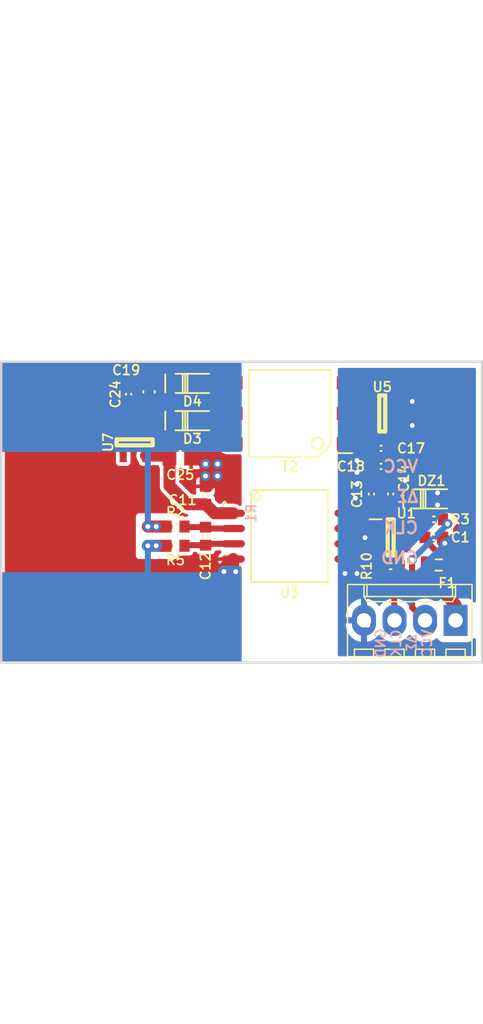
<source format=kicad_pcb>
(kicad_pcb (version 20190516) (host pcbnew "(5.1.0-1152-gc9ccd8a64)")

  (general
    (thickness 1.6)
    (drawings 9)
    (tracks 195)
    (modules 25)
    (nets 21)
  )

  (page "A4")
  (layers
    (0 "F.Cu" signal)
    (31 "B.Cu" signal)
    (32 "B.Adhes" user)
    (33 "F.Adhes" user)
    (34 "B.Paste" user)
    (35 "F.Paste" user)
    (36 "B.SilkS" user)
    (37 "F.SilkS" user)
    (38 "B.Mask" user)
    (39 "F.Mask" user)
    (40 "Dwgs.User" user)
    (41 "Cmts.User" user)
    (42 "Eco1.User" user)
    (43 "Eco2.User" user)
    (44 "Edge.Cuts" user)
    (45 "Margin" user)
    (46 "B.CrtYd" user hide)
    (47 "F.CrtYd" user)
    (48 "B.Fab" user)
    (49 "F.Fab" user hide)
  )

  (setup
    (last_trace_width 1)
    (user_trace_width 0.5)
    (user_trace_width 1)
    (trace_clearance 0.2)
    (zone_clearance 0.508)
    (zone_45_only no)
    (trace_min 0.2)
    (via_size 0.8)
    (via_drill 0.4)
    (via_min_size 0.4)
    (via_min_drill 0.3)
    (uvia_size 0.3)
    (uvia_drill 0.1)
    (uvias_allowed no)
    (uvia_min_size 0.2)
    (uvia_min_drill 0.1)
    (max_error 0.005)
    (edge_width 0.15)
    (segment_width 0.2)
    (pcb_text_width 0.3)
    (pcb_text_size 1.5 1.5)
    (mod_edge_width 0.15)
    (mod_text_size 0.8 0.8)
    (mod_text_width 0.15)
    (pad_size 1.6 2.2)
    (pad_drill 0)
    (pad_to_mask_clearance 0.1)
    (aux_axis_origin 0 0)
    (visible_elements 7FFFFFFF)
    (pcbplotparams
      (layerselection 0x010f0_ffffffff)
      (usegerberextensions false)
      (usegerberattributes false)
      (usegerberadvancedattributes false)
      (creategerberjobfile false)
      (excludeedgelayer true)
      (linewidth 0.100000)
      (plotframeref false)
      (viasonmask false)
      (mode 1)
      (useauxorigin false)
      (hpglpennumber 1)
      (hpglpenspeed 20)
      (hpglpendiameter 15.000000)
      (psnegative false)
      (psa4output false)
      (plotreference true)
      (plotvalue true)
      (plotinvisibletext false)
      (padsonsilk false)
      (subtractmaskfromsilk false)
      (outputformat 1)
      (mirror false)
      (drillshape 0)
      (scaleselection 1)
      (outputdirectory "../Gerber/"))
  )

  (net 0 "")
  (net 1 "Net-(T2-Pad3)")
  (net 2 "Net-(T2-Pad1)")
  (net 3 "+5")
  (net 4 "GND")
  (net 5 "Net-(C19-Pad1)")
  (net 6 "Net-(D4-Pad2)")
  (net 7 "Net-(D3-Pad2)")
  (net 8 "/delta_sigma")
  (net 9 "Net-(C12-Pad1)")
  (net 10 "/clk")
  (net 11 "ISOGND")
  (net 12 "Net-(R10-Pad1)")
  (net 13 "Net-(R3-Pad1)")
  (net 14 "Net-(F1-Pad1)")
  (net 15 "Net-(C12-Pad2)")
  (net 16 "Net-(U7-Pad4)")
  (net 17 "/current sensor/VDD2")
  (net 18 "/current sensor/Vin+")
  (net 19 "/current sensor/DATA")
  (net 20 "/current sensor/CLK")

  (net_class "Default" "This is the default net class."
    (clearance 0.2)
    (trace_width 0.25)
    (via_dia 0.8)
    (via_drill 0.4)
    (uvia_dia 0.3)
    (uvia_drill 0.1)
    (add_net "+5")
    (add_net "/clk")
    (add_net "/current sensor/CLK")
    (add_net "/current sensor/DATA")
    (add_net "/current sensor/VDD2")
    (add_net "/current sensor/Vin+")
    (add_net "/delta_sigma")
    (add_net "GND")
    (add_net "ISOGND")
    (add_net "Net-(C12-Pad1)")
    (add_net "Net-(C12-Pad2)")
    (add_net "Net-(C19-Pad1)")
    (add_net "Net-(D3-Pad2)")
    (add_net "Net-(D4-Pad2)")
    (add_net "Net-(F1-Pad1)")
    (add_net "Net-(R10-Pad1)")
    (add_net "Net-(R3-Pad1)")
    (add_net "Net-(T2-Pad1)")
    (add_net "Net-(T2-Pad3)")
    (add_net "Net-(U7-Pad4)")
  )

  (module "Connectors_Molex:Molex_KK-6410-04_04x2.54mm_Straight" (layer "F.Cu") (tedit 58EE6EE8) (tstamp 599301C2)
    (at 170.8 93.5 180)
    (descr "Connector Headers with Friction Lock, 22-27-2041, http://www.molex.com/pdm_docs/sd/022272021_sd.pdf")
    (tags "connector molex kk_6410 22-27-2041")
    (path "/59900007")
    (fp_text reference "J4" (at 1 -4.5) (layer "F.Fab") hide
      (effects (font (size 1 1) (thickness 0.15)))
    )
    (fp_text value "DS conn" (at 3.81 4.5) (layer "F.Fab")
      (effects (font (size 1 1) (thickness 0.15)))
    )
    (fp_text user "%R" (at 3.81 0) (layer "F.Fab")
      (effects (font (size 1 1) (thickness 0.15)))
    )
    (fp_line (start 9.5 3.5) (end -1.9 3.5) (layer "F.CrtYd") (width 0.05))
    (fp_line (start 9.5 -3.55) (end 9.5 3.5) (layer "F.CrtYd") (width 0.05))
    (fp_line (start -1.9 -3.55) (end 9.5 -3.55) (layer "F.CrtYd") (width 0.05))
    (fp_line (start -1.9 3.5) (end -1.9 -3.55) (layer "F.CrtYd") (width 0.05))
    (fp_line (start 8.42 -2.4) (end 8.42 -3.02) (layer "F.SilkS") (width 0.12))
    (fp_line (start 6.82 -2.4) (end 8.42 -2.4) (layer "F.SilkS") (width 0.12))
    (fp_line (start 6.82 -3.02) (end 6.82 -2.4) (layer "F.SilkS") (width 0.12))
    (fp_line (start 5.88 -2.4) (end 5.88 -3.02) (layer "F.SilkS") (width 0.12))
    (fp_line (start 4.28 -2.4) (end 5.88 -2.4) (layer "F.SilkS") (width 0.12))
    (fp_line (start 4.28 -3.02) (end 4.28 -2.4) (layer "F.SilkS") (width 0.12))
    (fp_line (start 3.34 -2.4) (end 3.34 -3.02) (layer "F.SilkS") (width 0.12))
    (fp_line (start 1.74 -2.4) (end 3.34 -2.4) (layer "F.SilkS") (width 0.12))
    (fp_line (start 1.74 -3.02) (end 1.74 -2.4) (layer "F.SilkS") (width 0.12))
    (fp_line (start 0.8 -2.4) (end 0.8 -3.02) (layer "F.SilkS") (width 0.12))
    (fp_line (start -0.8 -2.4) (end 0.8 -2.4) (layer "F.SilkS") (width 0.12))
    (fp_line (start -0.8 -3.02) (end -0.8 -2.4) (layer "F.SilkS") (width 0.12))
    (fp_line (start 7.37 2.98) (end 7.37 1.98) (layer "F.SilkS") (width 0.12))
    (fp_line (start 0.25 2.98) (end 0.25 1.98) (layer "F.SilkS") (width 0.12))
    (fp_line (start 7.37 1.55) (end 7.62 1.98) (layer "F.SilkS") (width 0.12))
    (fp_line (start 0.25 1.55) (end 7.37 1.55) (layer "F.SilkS") (width 0.12))
    (fp_line (start 0 1.98) (end 0.25 1.55) (layer "F.SilkS") (width 0.12))
    (fp_line (start 7.62 1.98) (end 7.62 2.98) (layer "F.SilkS") (width 0.12))
    (fp_line (start 0 1.98) (end 7.62 1.98) (layer "F.SilkS") (width 0.12))
    (fp_line (start 0 2.98) (end 0 1.98) (layer "F.SilkS") (width 0.12))
    (fp_line (start 8.99 -3.02) (end -1.37 -3.02) (layer "F.SilkS") (width 0.12))
    (fp_line (start 8.99 2.98) (end 8.99 -3.02) (layer "F.SilkS") (width 0.12))
    (fp_line (start -1.37 2.98) (end 8.99 2.98) (layer "F.SilkS") (width 0.12))
    (fp_line (start -1.37 -3.02) (end -1.37 2.98) (layer "F.SilkS") (width 0.12))
    (fp_line (start 9.09 -3.12) (end -1.47 -3.12) (layer "F.Fab") (width 0.12))
    (fp_line (start 9.09 3.08) (end 9.09 -3.12) (layer "F.Fab") (width 0.12))
    (fp_line (start -1.47 3.08) (end 9.09 3.08) (layer "F.Fab") (width 0.12))
    (fp_line (start -1.47 -3.12) (end -1.47 3.08) (layer "F.Fab") (width 0.12))
    (pad "1" thru_hole rect (at 0 0 180) (size 2 2.6) (drill 1.2) (layers *.Cu *.Mask)
      (net 14 "Net-(F1-Pad1)"))
    (pad "2" thru_hole oval (at 2.54 0 180) (size 2 2.6) (drill 1.2) (layers *.Cu *.Mask)
      (net 8 "/delta_sigma"))
    (pad "3" thru_hole oval (at 5.08 0 180) (size 2 2.6) (drill 1.2) (layers *.Cu *.Mask)
      (net 10 "/clk"))
    (pad "4" thru_hole oval (at 7.62 0 180) (size 2 2.6) (drill 1.2) (layers *.Cu *.Mask)
      (net 4 "GND"))
    (model "${KISYS3DMOD}/Connectors_Molex.3dshapes/Molex_KK-6410-04_04x2.54mm_Straight.wrl"
      (at (xyz 0 0 0))
      (scale (xyz 1 1 1))
      (rotate (xyz 0 0 0))
    )
  )

  (module "smd-semi:SOD-123" (layer "F.Cu") (tedit 54CBDA9F) (tstamp 59930F3F)
    (at 148.9 76.9)
    (path "/598FD5E6/589DB33A")
    (attr smd)
    (fp_text reference "D3" (at 0 1.5) (layer "F.SilkS")
      (effects (font (size 0.8 0.8) (thickness 0.15)))
    )
    (fp_text value "MBR0520" (at 0 0) (layer "F.Fab")
      (effects (font (size 0.8 0.8) (thickness 0.15)))
    )
    (fp_line (start -2.25 -0.75) (end -2.25 0.75) (layer "F.SilkS") (width 0.15))
    (fp_line (start 2.5 -1) (end 2.5 1) (layer "F.CrtYd") (width 0.15))
    (fp_line (start 2.5 1) (end -2.5 1) (layer "F.CrtYd") (width 0.15))
    (fp_line (start -2.5 1) (end -2.5 -1) (layer "F.CrtYd") (width 0.15))
    (fp_line (start -2.5 -1) (end 2.5 -1) (layer "F.CrtYd") (width 0.15))
    (fp_line (start 1.4 0.8) (end -1.4 0.8) (layer "F.SilkS") (width 0.15))
    (fp_line (start -0.4 -0.8) (end -0.4 0.8) (layer "F.SilkS") (width 0.15))
    (fp_line (start -0.6 0.8) (end -0.6 -0.8) (layer "F.SilkS") (width 0.15))
    (fp_line (start -0.8 -0.8) (end -0.8 0.8) (layer "F.SilkS") (width 0.15))
    (fp_line (start -1.4 -0.8) (end 1.4 -0.8) (layer "F.SilkS") (width 0.15))
    (fp_line (start -0.6 0.8) (end -0.6 -0.8) (layer "F.Fab") (width 0.15))
    (fp_line (start -0.8 -0.8) (end -0.8 0.8) (layer "F.Fab") (width 0.15))
    (fp_line (start -1 -0.8) (end -1 0.8) (layer "F.Fab") (width 0.15))
    (fp_line (start -1.4 -0.8) (end 1.4 -0.8) (layer "F.Fab") (width 0.15))
    (fp_line (start 1.4 -0.8) (end 1.4 0.8) (layer "F.Fab") (width 0.15))
    (fp_line (start 1.4 0.8) (end -1.4 0.8) (layer "F.Fab") (width 0.15))
    (fp_line (start -1.4 0.8) (end -1.4 -0.8) (layer "F.Fab") (width 0.15))
    (pad "2" smd rect (at 1.6 0) (size 0.9 1.2) (layers "F.Cu" "F.Paste" "F.Mask")
      (net 7 "Net-(D3-Pad2)"))
    (pad "1" smd rect (at -1.6 0) (size 0.9 1.2) (layers "F.Cu" "F.Paste" "F.Mask")
      (net 5 "Net-(C19-Pad1)"))
    (model "${KIPRJMOD}/3Dlib/sod123.wrl"
      (at (xyz 0 0 0))
      (scale (xyz 1 1 1))
      (rotate (xyz 0 0 180))
    )
  )

  (module "IPC7351-Nominal:RESC1608X50" (layer "F.Cu") (tedit 55D69DCE) (tstamp 59A3BD4C)
    (at 165.4 89 180)
    (descr "Resistor,Chip;1.58mm L X 0.85mm W X 0.50mm H")
    (path "/599DA7B8")
    (attr smd)
    (fp_text reference "R10" (at 2 0 270) (layer "F.SilkS")
      (effects (font (size 0.8 0.8) (thickness 0.15)))
    )
    (fp_text value "22R" (at 0 0 180) (layer "F.Fab")
      (effects (font (size 0.5 0.5) (thickness 0.1)))
    )
    (fp_line (start -1.425 0.75) (end -1.425 -0.75) (layer "F.CrtYd") (width 0.05))
    (fp_line (start 1.425 0.75) (end -1.425 0.75) (layer "F.CrtYd") (width 0.05))
    (fp_line (start 1.425 -0.75) (end 1.425 0.75) (layer "F.CrtYd") (width 0.05))
    (fp_line (start -1.425 -0.75) (end 1.425 -0.75) (layer "F.CrtYd") (width 0.05))
    (fp_line (start 0.071 -0.246) (end -0.071 -0.246) (layer "F.SilkS") (width 0.15))
    (fp_line (start -0.071 -0.246) (end 0.071 -0.246) (layer "F.SilkS") (width 0.15))
    (fp_line (start 0.071 0.246) (end -0.071 0.246) (layer "F.SilkS") (width 0.15))
    (fp_line (start -0.071 0.246) (end 0.071 0.246) (layer "F.SilkS") (width 0.15))
    (pad "1" smd rect (at -0.75 0 180) (size 0.85 1) (layers "F.Cu" "F.Paste" "F.Mask")
      (net 12 "Net-(R10-Pad1)"))
    (pad "2" smd rect (at 0.75 0 180) (size 0.85 1) (layers "F.Cu" "F.Paste" "F.Mask")
      (net 10 "/clk"))
    (model "${KIPRJMOD}/3Dlib/r_0603_h078.step"
      (at (xyz 0 0 0))
      (scale (xyz 1 1 1))
      (rotate (xyz 0 0 0))
    )
  )

  (module "IPC7351-Nominal:RESC2012X50" (layer "F.Cu") (tedit 7FFFFFFF) (tstamp 59A3BC95)
    (at 169.4 88.9)
    (descr "Resistor,Chip;2.05mm L X 1.25mm W X 0.50mm H")
    (path "/599DB09F")
    (attr smd)
    (fp_text reference "F1" (at 0.7 1.5) (layer "F.SilkS")
      (effects (font (size 0.8 0.8) (thickness 0.15)))
    )
    (fp_text value "FUSE 300mA" (at 0 0) (layer "F.Fab")
      (effects (font (size 0.5 0.5) (thickness 0.1)))
    )
    (fp_line (start -1.725 0.975) (end -1.725 -0.975) (layer "F.CrtYd") (width 0.05))
    (fp_line (start 1.725 0.975) (end -1.725 0.975) (layer "F.CrtYd") (width 0.05))
    (fp_line (start 1.725 -0.975) (end 1.725 0.975) (layer "F.CrtYd") (width 0.05))
    (fp_line (start -1.725 -0.975) (end 1.725 -0.975) (layer "F.CrtYd") (width 0.05))
    (fp_line (start 0.271 -0.471) (end -0.271 -0.471) (layer "F.SilkS") (width 0.15))
    (fp_line (start -0.271 -0.471) (end 0.271 -0.471) (layer "F.SilkS") (width 0.15))
    (fp_line (start 0.271 0.471) (end -0.271 0.471) (layer "F.SilkS") (width 0.15))
    (fp_line (start -0.271 0.471) (end 0.271 0.471) (layer "F.SilkS") (width 0.15))
    (pad "1" smd rect (at -1 0) (size 0.95 1.45) (layers "F.Cu" "F.Paste" "F.Mask")
      (net 14 "Net-(F1-Pad1)"))
    (pad "2" smd rect (at 1 0) (size 0.95 1.45) (layers "F.Cu" "F.Paste" "F.Mask")
      (net 3 "+5"))
    (model "${KIPRJMOD}/3Dlib/r_0603_h078.step"
      (at (xyz 0 0 0))
      (scale (xyz 1 1 1))
      (rotate (xyz 0 0 0))
    )
    (model "${KIPRJMOD}/3Dlib/r_0805_h078.step"
      (at (xyz 0 0 0))
      (scale (xyz 1 1 1))
      (rotate (xyz 0 0 0))
    )
  )

  (module "smd-semi:SOD-123" (layer "F.Cu") (tedit 54CBDA9F) (tstamp 59A3BAE9)
    (at 168.7 83.4)
    (path "/599DB8C8")
    (attr smd)
    (fp_text reference "DZ1" (at 0.1 -1.5) (layer "F.SilkS")
      (effects (font (size 0.8 0.8) (thickness 0.15)))
    )
    (fp_text value "MMSZ52XXB" (at 0 0) (layer "F.Fab")
      (effects (font (size 0.8 0.8) (thickness 0.15)))
    )
    (fp_line (start -1.4 0.8) (end -1.4 -0.8) (layer "F.Fab") (width 0.15))
    (fp_line (start 1.4 0.8) (end -1.4 0.8) (layer "F.Fab") (width 0.15))
    (fp_line (start 1.4 -0.8) (end 1.4 0.8) (layer "F.Fab") (width 0.15))
    (fp_line (start -1.4 -0.8) (end 1.4 -0.8) (layer "F.Fab") (width 0.15))
    (fp_line (start -1 -0.8) (end -1 0.8) (layer "F.Fab") (width 0.15))
    (fp_line (start -0.8 -0.8) (end -0.8 0.8) (layer "F.Fab") (width 0.15))
    (fp_line (start -0.6 0.8) (end -0.6 -0.8) (layer "F.Fab") (width 0.15))
    (fp_line (start -1.4 -0.8) (end 1.4 -0.8) (layer "F.SilkS") (width 0.15))
    (fp_line (start -0.8 -0.8) (end -0.8 0.8) (layer "F.SilkS") (width 0.15))
    (fp_line (start -0.6 0.8) (end -0.6 -0.8) (layer "F.SilkS") (width 0.15))
    (fp_line (start -0.4 -0.8) (end -0.4 0.8) (layer "F.SilkS") (width 0.15))
    (fp_line (start 1.4 0.8) (end -1.4 0.8) (layer "F.SilkS") (width 0.15))
    (fp_line (start -2.5 -1) (end 2.5 -1) (layer "F.CrtYd") (width 0.15))
    (fp_line (start -2.5 1) (end -2.5 -1) (layer "F.CrtYd") (width 0.15))
    (fp_line (start 2.5 1) (end -2.5 1) (layer "F.CrtYd") (width 0.15))
    (fp_line (start 2.5 -1) (end 2.5 1) (layer "F.CrtYd") (width 0.15))
    (fp_line (start -2.25 -0.75) (end -2.25 0.75) (layer "F.SilkS") (width 0.15))
    (pad "1" smd rect (at -1.6 0) (size 0.9 1.2) (layers "F.Cu" "F.Paste" "F.Mask")
      (net 3 "+5"))
    (pad "2" smd rect (at 1.6 0) (size 0.9 1.2) (layers "F.Cu" "F.Paste" "F.Mask")
      (net 4 "GND"))
    (model "${KIPRJMOD}/3Dlib/SOD-123.step"
      (at (xyz 0 0 0))
      (scale (xyz 1 1 1))
      (rotate (xyz 0 0 0))
    )
  )

  (module "IPC7351-Nominal:CAPC1608X55" (layer "F.Cu") (tedit 7FFFFFFF) (tstamp 599310C5)
    (at 169 86.6)
    (descr "Capacitor,non-polarized,Chip;1.60mm L X 0.80mm W X 0.55mm H")
    (path "/5991FF80")
    (attr smd)
    (fp_text reference "C1" (at 2.2 0 180) (layer "F.SilkS")
      (effects (font (size 0.8 0.8) (thickness 0.15)))
    )
    (fp_text value "100nF" (at 0 0) (layer "F.Fab")
      (effects (font (size 0.5 0.5) (thickness 0.1)))
    )
    (fp_line (start -0.046 0.221) (end 0.046 0.221) (layer "F.SilkS") (width 0.15))
    (fp_line (start 0.046 0.221) (end -0.046 0.221) (layer "F.SilkS") (width 0.15))
    (fp_line (start -0.046 -0.221) (end 0.046 -0.221) (layer "F.SilkS") (width 0.15))
    (fp_line (start 0.046 -0.221) (end -0.046 -0.221) (layer "F.SilkS") (width 0.15))
    (fp_line (start -1.45 -0.725) (end 1.45 -0.725) (layer "F.CrtYd") (width 0.05))
    (fp_line (start 1.45 -0.725) (end 1.45 0.725) (layer "F.CrtYd") (width 0.05))
    (fp_line (start 1.45 0.725) (end -1.45 0.725) (layer "F.CrtYd") (width 0.05))
    (fp_line (start -1.45 0.725) (end -1.45 -0.725) (layer "F.CrtYd") (width 0.05))
    (pad "2" smd rect (at 0.75 0) (size 0.9 0.95) (layers "F.Cu" "F.Paste" "F.Mask")
      (net 4 "GND"))
    (pad "1" smd rect (at -0.75 0) (size 0.9 0.95) (layers "F.Cu" "F.Paste" "F.Mask")
      (net 3 "+5"))
    (model "${KIPRJMOD}/3Dlib/c_0603_h078.step"
      (at (xyz 0 0 0))
      (scale (xyz 1 1 1))
      (rotate (xyz 0 0 0))
    )
  )

  (module "paltatech:BAS-M-R0002" (layer "B.Cu") (tedit 5996FD87) (tstamp 59907275)
    (at 143 84.5 270)
    (path "/598FEF4C")
    (attr virtual)
    (fp_text reference "R1" (at 0.1 -10.8 270) (layer "B.SilkS")
      (effects (font (size 0.8 0.8) (thickness 0.15)) (justify mirror))
    )
    (fp_text value "0.035mOhm" (at 0 0.5 270) (layer "B.SilkS") hide
      (effects (font (size 1 1) (thickness 0.15)) (justify mirror))
    )
    (fp_text user "%R" (at 0 0 270) (layer "B.Fab")
      (effects (font (size 1 1) (thickness 0.15)) (justify mirror))
    )
    (fp_line (start -42.5 -10) (end -42.5 10) (layer "B.CrtYd") (width 0.15))
    (fp_line (start 42.5 -10) (end -42.5 -10) (layer "B.CrtYd") (width 0.15))
    (fp_line (start 42.5 10) (end 42.5 -10) (layer "B.CrtYd") (width 0.15))
    (fp_line (start -42.5 10) (end 42.5 10) (layer "B.CrtYd") (width 0.15))
    (pad "1" smd rect (at -8.75 0 270) (size 7.5 20) (layers "B.Cu" "B.Mask")
      (net 18 "/current sensor/Vin+"))
    (pad "2" smd rect (at 8.75 0 270) (size 7.5 20) (layers "B.Cu" "B.Mask")
      (net 11 "ISOGND") (zone_connect 2))
    (model "${KIPRJMOD}/3Dlib/BAS-M-R0002.step"
      (offset (xyz 0 0 2.999999954944522))
      (scale (xyz 1 1 1))
      (rotate (xyz 0 180 0))
    )
  )

  (module "smd-semi:SOT-23-6" (layer "F.Cu") (tedit 55D140D0) (tstamp 59936069)
    (at 165.4 86.6)
    (path "/59901584")
    (attr smd)
    (fp_text reference "U1" (at 1.3 -2) (layer "F.SilkS")
      (effects (font (size 0.8 0.8) (thickness 0.15)))
    )
    (fp_text value "Buffer" (at 0 0) (layer "F.Fab")
      (effects (font (size 0.8 0.8) (thickness 0.15)))
    )
    (fp_line (start -2 2) (end -2 -2) (layer "F.CrtYd") (width 0.15))
    (fp_line (start 2 2) (end -2 2) (layer "F.CrtYd") (width 0.15))
    (fp_line (start 2 -2) (end 2 2) (layer "F.CrtYd") (width 0.15))
    (fp_line (start -2 -2) (end 2 -2) (layer "F.CrtYd") (width 0.15))
    (fp_line (start -0.25 1.5) (end -0.25 -1.5) (layer "F.SilkS") (width 0.35))
    (fp_line (start 0.25 1.5) (end -0.25 1.5) (layer "F.SilkS") (width 0.35))
    (fp_line (start 0.25 -1.5) (end 0.25 1.5) (layer "F.SilkS") (width 0.35))
    (fp_line (start -0.25 -1.5) (end 0.25 -1.5) (layer "F.SilkS") (width 0.35))
    (fp_line (start -0.75 -1.5) (end -1.75 -1.5) (layer "F.SilkS") (width 0.15))
    (fp_line (start -0.9 1.55) (end -0.9 -1.55) (layer "F.Fab") (width 0.15))
    (fp_line (start 0.9 1.55) (end -0.9 1.55) (layer "F.Fab") (width 0.15))
    (fp_line (start 0.9 -1.55) (end 0.9 1.55) (layer "F.Fab") (width 0.15))
    (fp_line (start -0.9 -1.55) (end 0.9 -1.55) (layer "F.Fab") (width 0.15))
    (fp_line (start -1.25 -1.5) (end -1.25 -0.5) (layer "F.Fab") (width 0.15))
    (pad "1" smd rect (at -1.1 -0.95) (size 1.1 0.6) (layers "F.Cu" "F.Paste" "F.Mask")
      (net 19 "/current sensor/DATA"))
    (pad "3" smd rect (at -1.1 0.95) (size 1.1 0.6) (layers "F.Cu" "F.Paste" "F.Mask")
      (net 20 "/current sensor/CLK"))
    (pad "2" smd rect (at -1.1 0) (size 1.1 0.6) (layers "F.Cu" "F.Paste" "F.Mask")
      (net 4 "GND"))
    (pad "4" smd rect (at 1.1 0.95) (size 1.1 0.6) (layers "F.Cu" "F.Paste" "F.Mask")
      (net 12 "Net-(R10-Pad1)"))
    (pad "6" smd rect (at 1.1 -0.95) (size 1.1 0.6) (layers "F.Cu" "F.Paste" "F.Mask")
      (net 13 "Net-(R3-Pad1)"))
    (pad "5" smd rect (at 1.1 0) (size 1.1 0.6) (layers "F.Cu" "F.Paste" "F.Mask")
      (net 3 "+5"))
    (model "${KIPRJMOD}/3Dlib/sot23_5_18x29_p095.step"
      (at (xyz 0 0 0))
      (scale (xyz 1 1 1))
      (rotate (xyz 0 0 90))
    )
  )

  (module "manuf:WURTH-760390014" (layer "F.Cu") (tedit 589CE734) (tstamp 599348F5)
    (at 157 76.3 180)
    (path "/598FD5E6/589DB385")
    (fp_text reference "T2" (at 0 -4.4 180) (layer "F.SilkS")
      (effects (font (size 0.8 0.8) (thickness 0.15)))
    )
    (fp_text value "TRANS-2CT" (at 0 -0.5 180) (layer "F.SilkS") hide
      (effects (font (size 1 1) (thickness 0.15)))
    )
    (fp_text user "%R" (at 0 0 180) (layer "F.Fab")
      (effects (font (size 1 1) (thickness 0.15)))
    )
    (fp_circle (center -2.3 -2.5) (end -1.9 -2.2) (layer "F.SilkS") (width 0.15))
    (fp_line (start -3.9 -3.3) (end -3.9 -3.3) (layer "F.SilkS") (width 0.15))
    (fp_line (start -5.2 -3.3) (end -3.9 -3.3) (layer "F.SilkS") (width 0.15))
    (fp_line (start -3.4 -2.6) (end -2.4 -3.6) (layer "F.SilkS") (width 0.15))
    (fp_line (start -3.4 3.6) (end -3.4 -2.6) (layer "F.SilkS") (width 0.15))
    (fp_line (start 3.4 3.6) (end -3.4 3.6) (layer "F.SilkS") (width 0.15))
    (fp_line (start 3.4 -3.6) (end 3.4 3.6) (layer "F.SilkS") (width 0.15))
    (fp_line (start -2.4 -3.6) (end 3.4 -3.6) (layer "F.SilkS") (width 0.15))
    (pad "1" smd rect (at -4.57 -2.54 180) (size 1.3 1.1) (layers "F.Cu" "F.Paste" "F.Mask")
      (net 2 "Net-(T2-Pad1)"))
    (pad "2" smd rect (at -4.57 0 180) (size 1.3 1.1) (layers "F.Cu" "F.Paste" "F.Mask")
      (net 3 "+5"))
    (pad "3" smd rect (at -4.57 2.54 180) (size 1.3 1.1) (layers "F.Cu" "F.Paste" "F.Mask")
      (net 1 "Net-(T2-Pad3)"))
    (pad "4" smd rect (at 4.57 2.54 180) (size 1.3 1.1) (layers "F.Cu" "F.Paste" "F.Mask")
      (net 6 "Net-(D4-Pad2)"))
    (pad "5" smd rect (at 4.57 0 180) (size 1.3 1.1) (layers "F.Cu" "F.Paste" "F.Mask")
      (net 11 "ISOGND"))
    (pad "6" smd rect (at 4.57 -2.54 180) (size 1.3 1.1) (layers "F.Cu" "F.Paste" "F.Mask")
      (net 7 "Net-(D3-Pad2)"))
    (model "${KIPRJMOD}/3Dlib/250-1109-rev1.step"
      (at (xyz 0 0 0))
      (scale (xyz 1 1 1))
      (rotate (xyz 0 0 0))
    )
  )

  (module "IPC7351-Nominal:CAPC1608X55" (layer "F.Cu") (tedit 7FFFFFFF) (tstamp 599310E1)
    (at 163.8 83 90)
    (descr "Capacitor,non-polarized,Chip;1.60mm L X 0.80mm W X 0.55mm H")
    (path "/598FD705/585B1E88")
    (attr smd)
    (fp_text reference "C13" (at 0 -1.2 90) (layer "F.SilkS")
      (effects (font (size 0.8 0.8) (thickness 0.15)))
    )
    (fp_text value "100nF" (at 0 0 90) (layer "F.Fab")
      (effects (font (size 0.5 0.5) (thickness 0.1)))
    )
    (fp_line (start -0.046 0.221) (end 0.046 0.221) (layer "F.SilkS") (width 0.15))
    (fp_line (start 0.046 0.221) (end -0.046 0.221) (layer "F.SilkS") (width 0.15))
    (fp_line (start -0.046 -0.221) (end 0.046 -0.221) (layer "F.SilkS") (width 0.15))
    (fp_line (start 0.046 -0.221) (end -0.046 -0.221) (layer "F.SilkS") (width 0.15))
    (fp_line (start -1.45 -0.725) (end 1.45 -0.725) (layer "F.CrtYd") (width 0.05))
    (fp_line (start 1.45 -0.725) (end 1.45 0.725) (layer "F.CrtYd") (width 0.05))
    (fp_line (start 1.45 0.725) (end -1.45 0.725) (layer "F.CrtYd") (width 0.05))
    (fp_line (start -1.45 0.725) (end -1.45 -0.725) (layer "F.CrtYd") (width 0.05))
    (pad "2" smd rect (at 0.75 0 90) (size 0.9 0.95) (layers "F.Cu" "F.Paste" "F.Mask")
      (net 4 "GND"))
    (pad "1" smd rect (at -0.75 0 90) (size 0.9 0.95) (layers "F.Cu" "F.Paste" "F.Mask")
      (net 3 "+5"))
    (model "${KIPRJMOD}/3Dlib/c_0603_h078.step"
      (at (xyz 0 0 0))
      (scale (xyz 1 1 1))
      (rotate (xyz 0 0 0))
    )
  )

  (module "IPC7351-Nominal:CAPC1608X55" (layer "F.Cu") (tedit 7FFFFFFF) (tstamp 599310B7)
    (at 150 83.1 90)
    (descr "Capacitor,non-polarized,Chip;1.60mm L X 0.80mm W X 0.55mm H")
    (path "/598FD705/5991F9FE")
    (attr smd)
    (fp_text reference "C11" (at -0.4 -1.9 -180) (layer "F.SilkS")
      (effects (font (size 0.8 0.8) (thickness 0.15)))
    )
    (fp_text value "100nF" (at 0 0 90) (layer "F.Fab")
      (effects (font (size 0.5 0.5) (thickness 0.1)))
    )
    (fp_line (start -1.45 0.725) (end -1.45 -0.725) (layer "F.CrtYd") (width 0.05))
    (fp_line (start 1.45 0.725) (end -1.45 0.725) (layer "F.CrtYd") (width 0.05))
    (fp_line (start 1.45 -0.725) (end 1.45 0.725) (layer "F.CrtYd") (width 0.05))
    (fp_line (start -1.45 -0.725) (end 1.45 -0.725) (layer "F.CrtYd") (width 0.05))
    (fp_line (start 0.046 -0.221) (end -0.046 -0.221) (layer "F.SilkS") (width 0.15))
    (fp_line (start -0.046 -0.221) (end 0.046 -0.221) (layer "F.SilkS") (width 0.15))
    (fp_line (start 0.046 0.221) (end -0.046 0.221) (layer "F.SilkS") (width 0.15))
    (fp_line (start -0.046 0.221) (end 0.046 0.221) (layer "F.SilkS") (width 0.15))
    (pad "1" smd rect (at -0.75 0 90) (size 0.9 0.95) (layers "F.Cu" "F.Paste" "F.Mask")
      (net 17 "/current sensor/VDD2"))
    (pad "2" smd rect (at 0.75 0 90) (size 0.9 0.95) (layers "F.Cu" "F.Paste" "F.Mask")
      (net 11 "ISOGND"))
    (model "${KIPRJMOD}/3Dlib/c_0603_h078.step"
      (at (xyz 0 0 0))
      (scale (xyz 1 1 1))
      (rotate (xyz 0 0 0))
    )
  )

  (module "IPC7351-Nominal:CAPC1608X55" (layer "F.Cu") (tedit 7FFFFFFF) (tstamp 599310A9)
    (at 150 86.5 270)
    (descr "Capacitor,non-polarized,Chip;1.60mm L X 0.80mm W X 0.55mm H")
    (path "/598FD705/585AF5E7")
    (attr smd)
    (fp_text reference "C12" (at 2.5 0 270) (layer "F.SilkS")
      (effects (font (size 0.8 0.8) (thickness 0.15)))
    )
    (fp_text value "330pF" (at 0 0 270) (layer "F.Fab")
      (effects (font (size 0.5 0.5) (thickness 0.1)))
    )
    (fp_line (start -0.046 0.221) (end 0.046 0.221) (layer "F.SilkS") (width 0.15))
    (fp_line (start 0.046 0.221) (end -0.046 0.221) (layer "F.SilkS") (width 0.15))
    (fp_line (start -0.046 -0.221) (end 0.046 -0.221) (layer "F.SilkS") (width 0.15))
    (fp_line (start 0.046 -0.221) (end -0.046 -0.221) (layer "F.SilkS") (width 0.15))
    (fp_line (start -1.45 -0.725) (end 1.45 -0.725) (layer "F.CrtYd") (width 0.05))
    (fp_line (start 1.45 -0.725) (end 1.45 0.725) (layer "F.CrtYd") (width 0.05))
    (fp_line (start 1.45 0.725) (end -1.45 0.725) (layer "F.CrtYd") (width 0.05))
    (fp_line (start -1.45 0.725) (end -1.45 -0.725) (layer "F.CrtYd") (width 0.05))
    (pad "2" smd rect (at 0.75 0 270) (size 0.9 0.95) (layers "F.Cu" "F.Paste" "F.Mask")
      (net 15 "Net-(C12-Pad2)"))
    (pad "1" smd rect (at -0.75 0 270) (size 0.9 0.95) (layers "F.Cu" "F.Paste" "F.Mask")
      (net 9 "Net-(C12-Pad1)"))
    (model "${KIPRJMOD}/3Dlib/c_0603_h078.step"
      (at (xyz 0 0 0))
      (scale (xyz 1 1 1))
      (rotate (xyz 0 0 0))
    )
  )

  (module "IPC7351-Nominal:CAPC1608X55" (layer "F.Cu") (tedit 7FFFFFFF) (tstamp 5993109B)
    (at 143.6 74.7 90)
    (descr "Capacitor,non-polarized,Chip;1.60mm L X 0.80mm W X 0.55mm H")
    (path "/598FD5E6/589DB35A")
    (attr smd)
    (fp_text reference "C24" (at 0 -1.1 90) (layer "F.SilkS")
      (effects (font (size 0.8 0.8) (thickness 0.15)))
    )
    (fp_text value "100nF" (at 0 0 90) (layer "F.Fab")
      (effects (font (size 0.5 0.5) (thickness 0.1)))
    )
    (fp_line (start -1.45 0.725) (end -1.45 -0.725) (layer "F.CrtYd") (width 0.05))
    (fp_line (start 1.45 0.725) (end -1.45 0.725) (layer "F.CrtYd") (width 0.05))
    (fp_line (start 1.45 -0.725) (end 1.45 0.725) (layer "F.CrtYd") (width 0.05))
    (fp_line (start -1.45 -0.725) (end 1.45 -0.725) (layer "F.CrtYd") (width 0.05))
    (fp_line (start 0.046 -0.221) (end -0.046 -0.221) (layer "F.SilkS") (width 0.15))
    (fp_line (start -0.046 -0.221) (end 0.046 -0.221) (layer "F.SilkS") (width 0.15))
    (fp_line (start 0.046 0.221) (end -0.046 0.221) (layer "F.SilkS") (width 0.15))
    (fp_line (start -0.046 0.221) (end 0.046 0.221) (layer "F.SilkS") (width 0.15))
    (pad "1" smd rect (at -0.75 0 90) (size 0.9 0.95) (layers "F.Cu" "F.Paste" "F.Mask")
      (net 5 "Net-(C19-Pad1)"))
    (pad "2" smd rect (at 0.75 0 90) (size 0.9 0.95) (layers "F.Cu" "F.Paste" "F.Mask")
      (net 11 "ISOGND"))
    (model "${KIPRJMOD}/3Dlib/c_0603_h078.step"
      (at (xyz 0 0 0))
      (scale (xyz 1 1 1))
      (rotate (xyz 0 0 0))
    )
  )

  (module "IPC7351-Nominal:CAPC1608X55" (layer "F.Cu") (tedit 7FFFFFFF) (tstamp 5993108D)
    (at 164.6 80.7 180)
    (descr "Capacitor,non-polarized,Chip;1.60mm L X 0.80mm W X 0.55mm H")
    (path "/598FD5E6/589DB32B")
    (attr smd)
    (fp_text reference "C18" (at 2.5 0) (layer "F.SilkS")
      (effects (font (size 0.8 0.8) (thickness 0.15)))
    )
    (fp_text value "100nF" (at 0 0 180) (layer "F.Fab")
      (effects (font (size 0.5 0.5) (thickness 0.1)))
    )
    (fp_line (start -0.046 0.221) (end 0.046 0.221) (layer "F.SilkS") (width 0.15))
    (fp_line (start 0.046 0.221) (end -0.046 0.221) (layer "F.SilkS") (width 0.15))
    (fp_line (start -0.046 -0.221) (end 0.046 -0.221) (layer "F.SilkS") (width 0.15))
    (fp_line (start 0.046 -0.221) (end -0.046 -0.221) (layer "F.SilkS") (width 0.15))
    (fp_line (start -1.45 -0.725) (end 1.45 -0.725) (layer "F.CrtYd") (width 0.05))
    (fp_line (start 1.45 -0.725) (end 1.45 0.725) (layer "F.CrtYd") (width 0.05))
    (fp_line (start 1.45 0.725) (end -1.45 0.725) (layer "F.CrtYd") (width 0.05))
    (fp_line (start -1.45 0.725) (end -1.45 -0.725) (layer "F.CrtYd") (width 0.05))
    (pad "2" smd rect (at 0.75 0 180) (size 0.9 0.95) (layers "F.Cu" "F.Paste" "F.Mask")
      (net 4 "GND"))
    (pad "1" smd rect (at -0.75 0 180) (size 0.9 0.95) (layers "F.Cu" "F.Paste" "F.Mask")
      (net 3 "+5"))
    (model "${KIPRJMOD}/3Dlib/c_0603_h078.step"
      (at (xyz 0 0 0))
      (scale (xyz 1 1 1))
      (rotate (xyz 0 0 0))
    )
  )

  (module "IPC7351-Nominal:CAPC1608X55" (layer "F.Cu") (tedit 7FFFFFFF) (tstamp 5993107F)
    (at 164.6 79.2 180)
    (descr "Capacitor,non-polarized,Chip;1.60mm L X 0.80mm W X 0.55mm H")
    (path "/598FD5E6/589DB323")
    (attr smd)
    (fp_text reference "C17" (at -2.5 0) (layer "F.SilkS")
      (effects (font (size 0.8 0.8) (thickness 0.15)))
    )
    (fp_text value "2.2uF" (at 0 0 180) (layer "F.Fab")
      (effects (font (size 0.5 0.5) (thickness 0.1)))
    )
    (fp_line (start -1.45 0.725) (end -1.45 -0.725) (layer "F.CrtYd") (width 0.05))
    (fp_line (start 1.45 0.725) (end -1.45 0.725) (layer "F.CrtYd") (width 0.05))
    (fp_line (start 1.45 -0.725) (end 1.45 0.725) (layer "F.CrtYd") (width 0.05))
    (fp_line (start -1.45 -0.725) (end 1.45 -0.725) (layer "F.CrtYd") (width 0.05))
    (fp_line (start 0.046 -0.221) (end -0.046 -0.221) (layer "F.SilkS") (width 0.15))
    (fp_line (start -0.046 -0.221) (end 0.046 -0.221) (layer "F.SilkS") (width 0.15))
    (fp_line (start 0.046 0.221) (end -0.046 0.221) (layer "F.SilkS") (width 0.15))
    (fp_line (start -0.046 0.221) (end 0.046 0.221) (layer "F.SilkS") (width 0.15))
    (pad "1" smd rect (at -0.75 0 180) (size 0.9 0.95) (layers "F.Cu" "F.Paste" "F.Mask")
      (net 3 "+5"))
    (pad "2" smd rect (at 0.75 0 180) (size 0.9 0.95) (layers "F.Cu" "F.Paste" "F.Mask")
      (net 4 "GND"))
    (model "${KIPRJMOD}/3Dlib/c_0603_h078.step"
      (at (xyz 0 0 0))
      (scale (xyz 1 1 1))
      (rotate (xyz 0 0 0))
    )
  )

  (module "IPC7351-Nominal:CAPC1608X55" (layer "F.Cu") (tedit 7FFFFFFF) (tstamp 59931071)
    (at 165.4 83 90)
    (descr "Capacitor,non-polarized,Chip;1.60mm L X 0.80mm W X 0.55mm H")
    (path "/598FD705/585B2111")
    (attr smd)
    (fp_text reference "C14" (at 1.3 1.1 90) (layer "F.SilkS")
      (effects (font (size 0.8 0.8) (thickness 0.15)))
    )
    (fp_text value "2.2uF" (at 0 0 90) (layer "F.Fab")
      (effects (font (size 0.5 0.5) (thickness 0.1)))
    )
    (fp_line (start -0.046 0.221) (end 0.046 0.221) (layer "F.SilkS") (width 0.15))
    (fp_line (start 0.046 0.221) (end -0.046 0.221) (layer "F.SilkS") (width 0.15))
    (fp_line (start -0.046 -0.221) (end 0.046 -0.221) (layer "F.SilkS") (width 0.15))
    (fp_line (start 0.046 -0.221) (end -0.046 -0.221) (layer "F.SilkS") (width 0.15))
    (fp_line (start -1.45 -0.725) (end 1.45 -0.725) (layer "F.CrtYd") (width 0.05))
    (fp_line (start 1.45 -0.725) (end 1.45 0.725) (layer "F.CrtYd") (width 0.05))
    (fp_line (start 1.45 0.725) (end -1.45 0.725) (layer "F.CrtYd") (width 0.05))
    (fp_line (start -1.45 0.725) (end -1.45 -0.725) (layer "F.CrtYd") (width 0.05))
    (pad "2" smd rect (at 0.75 0 90) (size 0.9 0.95) (layers "F.Cu" "F.Paste" "F.Mask")
      (net 4 "GND"))
    (pad "1" smd rect (at -0.75 0 90) (size 0.9 0.95) (layers "F.Cu" "F.Paste" "F.Mask")
      (net 3 "+5"))
    (model "${KIPRJMOD}/3Dlib/c_0603_h078.step"
      (at (xyz 0 0 0))
      (scale (xyz 1 1 1))
      (rotate (xyz 0 0 0))
    )
  )

  (module "IPC7351-Nominal:CAPC2012X70" (layer "F.Cu") (tedit 60466190) (tstamp 59931055)
    (at 145.3 74.5 90)
    (descr "Capacitor,non-polarized,Chip;2.00mm L X 1.25mm W X 0.70mm H")
    (path "/598FD5E6/589DB351")
    (attr smd)
    (fp_text reference "C19" (at 1.8 -1.9 180) (layer "F.SilkS")
      (effects (font (size 0.8 0.8) (thickness 0.15)))
    )
    (fp_text value "22uF" (at 0 0 90) (layer "F.Fab")
      (effects (font (size 0.5 0.5) (thickness 0.1)))
    )
    (fp_line (start -0.071 0.471) (end 0.071 0.471) (layer "F.SilkS") (width 0.15))
    (fp_line (start 0.071 0.471) (end -0.071 0.471) (layer "F.SilkS") (width 0.15))
    (fp_line (start -0.071 -0.471) (end 0.071 -0.471) (layer "F.SilkS") (width 0.15))
    (fp_line (start 0.071 -0.471) (end -0.071 -0.471) (layer "F.SilkS") (width 0.15))
    (fp_line (start -1.725 -0.975) (end 1.725 -0.975) (layer "F.CrtYd") (width 0.05))
    (fp_line (start 1.725 -0.975) (end 1.725 0.975) (layer "F.CrtYd") (width 0.05))
    (fp_line (start 1.725 0.975) (end -1.725 0.975) (layer "F.CrtYd") (width 0.05))
    (fp_line (start -1.725 0.975) (end -1.725 -0.975) (layer "F.CrtYd") (width 0.05))
    (pad "2" smd rect (at 0.9 0 90) (size 1.15 1.45) (layers "F.Cu" "F.Paste" "F.Mask")
      (net 11 "ISOGND"))
    (pad "1" smd rect (at -0.9 0 90) (size 1.15 1.45) (layers "F.Cu" "F.Paste" "F.Mask")
      (net 5 "Net-(C19-Pad1)"))
    (model "${KIPRJMOD}/3Dlib/c_0805_h078.step"
      (at (xyz 0 0 0))
      (scale (xyz 1 1 1))
      (rotate (xyz 0 0 0))
    )
  )

  (module "IPC7351-Nominal:CAPC2012X70" (layer "F.Cu") (tedit 60466190) (tstamp 59931047)
    (at 147.9 79.9)
    (descr "Capacitor,non-polarized,Chip;2.00mm L X 1.25mm W X 0.70mm H")
    (path "/598FD5E6/589DB375")
    (attr smd)
    (fp_text reference "C25" (at 0 1.5) (layer "F.SilkS")
      (effects (font (size 0.8 0.8) (thickness 0.15)))
    )
    (fp_text value "22uF" (at 0 0) (layer "F.Fab")
      (effects (font (size 0.5 0.5) (thickness 0.1)))
    )
    (fp_line (start -1.725 0.975) (end -1.725 -0.975) (layer "F.CrtYd") (width 0.05))
    (fp_line (start 1.725 0.975) (end -1.725 0.975) (layer "F.CrtYd") (width 0.05))
    (fp_line (start 1.725 -0.975) (end 1.725 0.975) (layer "F.CrtYd") (width 0.05))
    (fp_line (start -1.725 -0.975) (end 1.725 -0.975) (layer "F.CrtYd") (width 0.05))
    (fp_line (start 0.071 -0.471) (end -0.071 -0.471) (layer "F.SilkS") (width 0.15))
    (fp_line (start -0.071 -0.471) (end 0.071 -0.471) (layer "F.SilkS") (width 0.15))
    (fp_line (start 0.071 0.471) (end -0.071 0.471) (layer "F.SilkS") (width 0.15))
    (fp_line (start -0.071 0.471) (end 0.071 0.471) (layer "F.SilkS") (width 0.15))
    (pad "1" smd rect (at -0.9 0) (size 1.15 1.45) (layers "F.Cu" "F.Paste" "F.Mask")
      (net 17 "/current sensor/VDD2"))
    (pad "2" smd rect (at 0.9 0) (size 1.15 1.45) (layers "F.Cu" "F.Paste" "F.Mask")
      (net 11 "ISOGND"))
    (model "${KIPRJMOD}/3Dlib/c_0805_h078.step"
      (at (xyz 0 0 0))
      (scale (xyz 1 1 1))
      (rotate (xyz 0 0 0))
    )
  )

  (module "IPC7351-Nominal:RESC1608X50" (layer "F.Cu") (tedit 55D69DCE) (tstamp 59931039)
    (at 169 85.1)
    (descr "Resistor,Chip;1.58mm L X 0.85mm W X 0.50mm H")
    (path "/599DA554")
    (attr smd)
    (fp_text reference "R3" (at 2.2 0 -180) (layer "F.SilkS")
      (effects (font (size 0.8 0.8) (thickness 0.15)))
    )
    (fp_text value "22R" (at 0 0) (layer "F.Fab")
      (effects (font (size 0.5 0.5) (thickness 0.1)))
    )
    (fp_line (start -1.425 0.75) (end -1.425 -0.75) (layer "F.CrtYd") (width 0.05))
    (fp_line (start 1.425 0.75) (end -1.425 0.75) (layer "F.CrtYd") (width 0.05))
    (fp_line (start 1.425 -0.75) (end 1.425 0.75) (layer "F.CrtYd") (width 0.05))
    (fp_line (start -1.425 -0.75) (end 1.425 -0.75) (layer "F.CrtYd") (width 0.05))
    (fp_line (start 0.071 -0.246) (end -0.071 -0.246) (layer "F.SilkS") (width 0.15))
    (fp_line (start -0.071 -0.246) (end 0.071 -0.246) (layer "F.SilkS") (width 0.15))
    (fp_line (start 0.071 0.246) (end -0.071 0.246) (layer "F.SilkS") (width 0.15))
    (fp_line (start -0.071 0.246) (end 0.071 0.246) (layer "F.SilkS") (width 0.15))
    (pad "1" smd rect (at -0.75 0) (size 0.85 1) (layers "F.Cu" "F.Paste" "F.Mask")
      (net 13 "Net-(R3-Pad1)"))
    (pad "2" smd rect (at 0.75 0) (size 0.85 1) (layers "F.Cu" "F.Paste" "F.Mask")
      (net 8 "/delta_sigma"))
    (model "${KIPRJMOD}/3Dlib/r_0603_h078.step"
      (at (xyz 0 0 0))
      (scale (xyz 1 1 1))
      (rotate (xyz 0 0 0))
    )
  )

  (module "IPC7351-Nominal:RESC1608X50" (layer "F.Cu") (tedit 55D69DCE) (tstamp 5993101D)
    (at 147.5 87.3)
    (descr "Resistor,Chip;1.58mm L X 0.85mm W X 0.50mm H")
    (path "/598FD705/585AF780")
    (attr smd)
    (fp_text reference "R5" (at 0 1.2) (layer "F.SilkS")
      (effects (font (size 0.8 0.8) (thickness 0.15)))
    )
    (fp_text value "1k" (at 0 0) (layer "F.Fab")
      (effects (font (size 0.5 0.5) (thickness 0.1)))
    )
    (fp_line (start -0.071 0.246) (end 0.071 0.246) (layer "F.SilkS") (width 0.15))
    (fp_line (start 0.071 0.246) (end -0.071 0.246) (layer "F.SilkS") (width 0.15))
    (fp_line (start -0.071 -0.246) (end 0.071 -0.246) (layer "F.SilkS") (width 0.15))
    (fp_line (start 0.071 -0.246) (end -0.071 -0.246) (layer "F.SilkS") (width 0.15))
    (fp_line (start -1.425 -0.75) (end 1.425 -0.75) (layer "F.CrtYd") (width 0.05))
    (fp_line (start 1.425 -0.75) (end 1.425 0.75) (layer "F.CrtYd") (width 0.05))
    (fp_line (start 1.425 0.75) (end -1.425 0.75) (layer "F.CrtYd") (width 0.05))
    (fp_line (start -1.425 0.75) (end -1.425 -0.75) (layer "F.CrtYd") (width 0.05))
    (pad "2" smd rect (at 0.75 0) (size 0.85 1) (layers "F.Cu" "F.Paste" "F.Mask")
      (net 15 "Net-(C12-Pad2)"))
    (pad "1" smd rect (at -0.75 0) (size 0.85 1) (layers "F.Cu" "F.Paste" "F.Mask")
      (net 11 "ISOGND"))
    (model "${KIPRJMOD}/3Dlib/r_0603_h078.step"
      (at (xyz 0 0 0))
      (scale (xyz 1 1 1))
      (rotate (xyz 0 0 0))
    )
  )

  (module "IPC7351-Nominal:RESC1608X50" (layer "F.Cu") (tedit 55D69DCE) (tstamp 59931001)
    (at 147.5 85.7)
    (descr "Resistor,Chip;1.58mm L X 0.85mm W X 0.50mm H")
    (path "/598FD705/598FDE22")
    (attr smd)
    (fp_text reference "R2" (at 0 -1.2) (layer "F.SilkS")
      (effects (font (size 0.8 0.8) (thickness 0.15)))
    )
    (fp_text value "1k" (at 0 0) (layer "F.Fab")
      (effects (font (size 0.5 0.5) (thickness 0.1)))
    )
    (fp_line (start -0.071 0.246) (end 0.071 0.246) (layer "F.SilkS") (width 0.15))
    (fp_line (start 0.071 0.246) (end -0.071 0.246) (layer "F.SilkS") (width 0.15))
    (fp_line (start -0.071 -0.246) (end 0.071 -0.246) (layer "F.SilkS") (width 0.15))
    (fp_line (start 0.071 -0.246) (end -0.071 -0.246) (layer "F.SilkS") (width 0.15))
    (fp_line (start -1.425 -0.75) (end 1.425 -0.75) (layer "F.CrtYd") (width 0.05))
    (fp_line (start 1.425 -0.75) (end 1.425 0.75) (layer "F.CrtYd") (width 0.05))
    (fp_line (start 1.425 0.75) (end -1.425 0.75) (layer "F.CrtYd") (width 0.05))
    (fp_line (start -1.425 0.75) (end -1.425 -0.75) (layer "F.CrtYd") (width 0.05))
    (pad "2" smd rect (at 0.75 0) (size 0.85 1) (layers "F.Cu" "F.Paste" "F.Mask")
      (net 9 "Net-(C12-Pad1)"))
    (pad "1" smd rect (at -0.75 0) (size 0.85 1) (layers "F.Cu" "F.Paste" "F.Mask")
      (net 18 "/current sensor/Vin+"))
    (model "${KIPRJMOD}/3Dlib/r_0603_h078.step"
      (at (xyz 0 0 0))
      (scale (xyz 1 1 1))
      (rotate (xyz 0 0 0))
    )
  )

  (module "IPC7351-Nominal:SOIC127P1032X265-8" (layer "F.Cu") (tedit 7FFFFFFF) (tstamp 59930FBB)
    (at 157 86.5)
    (descr "SOIC,1.27mm pitch;8 pin,7.60mm W X 7.65mm L X 2.65mm H body")
    (path "/598FD705/585AEFF8")
    (attr smd)
    (fp_text reference "U3" (at 0 4.7) (layer "F.SilkS")
      (effects (font (size 0.8 0.8) (thickness 0.15)))
    )
    (fp_text value "AMC1303" (at 0 0) (layer "F.Fab")
      (effects (font (size 0.5 0.5) (thickness 0.1)))
    )
    (fp_line (start -5.925 4.075) (end -5.925 -4.075) (layer "F.CrtYd") (width 0.05))
    (fp_line (start 5.925 4.075) (end -5.925 4.075) (layer "F.CrtYd") (width 0.05))
    (fp_line (start 5.925 -4.075) (end 5.925 4.075) (layer "F.CrtYd") (width 0.05))
    (fp_line (start -5.925 -4.075) (end 5.925 -4.075) (layer "F.CrtYd") (width 0.05))
    (fp_line (start -2.709 -2.936) (end -3.09 -3.317) (layer "F.SilkS") (width 0.15))
    (fp_line (start -2.328 -3.317) (end -2.709 -2.936) (layer "F.SilkS") (width 0.15))
    (fp_line (start -2.709 -3.698) (end -2.328 -3.317) (layer "F.SilkS") (width 0.15))
    (fp_line (start -3.09 -3.317) (end -2.709 -3.698) (layer "F.SilkS") (width 0.15))
    (fp_line (start -5.421 -2.632) (end -5.548 -2.759) (layer "F.SilkS") (width 0.15))
    (fp_line (start -5.294 -2.759) (end -5.421 -2.632) (layer "F.SilkS") (width 0.15))
    (fp_line (start -5.421 -2.886) (end -5.294 -2.759) (layer "F.SilkS") (width 0.15))
    (fp_line (start -5.548 -2.759) (end -5.421 -2.886) (layer "F.SilkS") (width 0.15))
    (fp_line (start 3.217 3.825) (end 3.217 -3.825) (layer "F.SilkS") (width 0.15))
    (fp_line (start -3.217 3.825) (end 3.217 3.825) (layer "F.SilkS") (width 0.15))
    (fp_line (start -3.217 -3.825) (end -3.217 3.825) (layer "F.SilkS") (width 0.15))
    (fp_line (start 3.217 -3.825) (end -3.217 -3.825) (layer "F.SilkS") (width 0.15))
    (pad "1" smd oval (at -4.7 -1.905) (size 1.95 0.6) (layers "F.Cu" "F.Paste" "F.Mask")
      (net 17 "/current sensor/VDD2"))
    (pad "2" smd oval (at -4.7 -0.635) (size 1.95 0.6) (layers "F.Cu" "F.Paste" "F.Mask")
      (net 9 "Net-(C12-Pad1)"))
    (pad "3" smd oval (at -4.7 0.635) (size 1.95 0.6) (layers "F.Cu" "F.Paste" "F.Mask")
      (net 15 "Net-(C12-Pad2)"))
    (pad "4" smd oval (at -4.7 1.905) (size 1.95 0.6) (layers "F.Cu" "F.Paste" "F.Mask")
      (net 11 "ISOGND"))
    (pad "5" smd oval (at 4.7 1.905) (size 1.95 0.6) (layers "F.Cu" "F.Paste" "F.Mask")
      (net 4 "GND"))
    (pad "6" smd oval (at 4.7 0.635) (size 1.95 0.6) (layers "F.Cu" "F.Paste" "F.Mask")
      (net 20 "/current sensor/CLK"))
    (pad "7" smd oval (at 4.7 -0.635) (size 1.95 0.6) (layers "F.Cu" "F.Paste" "F.Mask")
      (net 19 "/current sensor/DATA"))
    (pad "8" smd oval (at 4.7 -1.905) (size 1.95 0.6) (layers "F.Cu" "F.Paste" "F.Mask")
      (net 3 "+5"))
    (model "${KIPRJMOD}/3Dlib/soic_8_75x58_p127.step"
      (at (xyz 0 0 0))
      (scale (xyz 1 1 1))
      (rotate (xyz 0 0 90))
    )
  )

  (module "smd-semi:SOD-123" (layer "F.Cu") (tedit 54CBDA9F) (tstamp 59930F28)
    (at 148.9 73.8)
    (path "/598FD5E6/589DB343")
    (attr smd)
    (fp_text reference "D4" (at 0 1.5) (layer "F.SilkS")
      (effects (font (size 0.8 0.8) (thickness 0.15)))
    )
    (fp_text value "MBR0520" (at 0 0) (layer "F.Fab")
      (effects (font (size 0.8 0.8) (thickness 0.15)))
    )
    (fp_line (start -1.4 0.8) (end -1.4 -0.8) (layer "F.Fab") (width 0.15))
    (fp_line (start 1.4 0.8) (end -1.4 0.8) (layer "F.Fab") (width 0.15))
    (fp_line (start 1.4 -0.8) (end 1.4 0.8) (layer "F.Fab") (width 0.15))
    (fp_line (start -1.4 -0.8) (end 1.4 -0.8) (layer "F.Fab") (width 0.15))
    (fp_line (start -1 -0.8) (end -1 0.8) (layer "F.Fab") (width 0.15))
    (fp_line (start -0.8 -0.8) (end -0.8 0.8) (layer "F.Fab") (width 0.15))
    (fp_line (start -0.6 0.8) (end -0.6 -0.8) (layer "F.Fab") (width 0.15))
    (fp_line (start -1.4 -0.8) (end 1.4 -0.8) (layer "F.SilkS") (width 0.15))
    (fp_line (start -0.8 -0.8) (end -0.8 0.8) (layer "F.SilkS") (width 0.15))
    (fp_line (start -0.6 0.8) (end -0.6 -0.8) (layer "F.SilkS") (width 0.15))
    (fp_line (start -0.4 -0.8) (end -0.4 0.8) (layer "F.SilkS") (width 0.15))
    (fp_line (start 1.4 0.8) (end -1.4 0.8) (layer "F.SilkS") (width 0.15))
    (fp_line (start -2.5 -1) (end 2.5 -1) (layer "F.CrtYd") (width 0.15))
    (fp_line (start -2.5 1) (end -2.5 -1) (layer "F.CrtYd") (width 0.15))
    (fp_line (start 2.5 1) (end -2.5 1) (layer "F.CrtYd") (width 0.15))
    (fp_line (start 2.5 -1) (end 2.5 1) (layer "F.CrtYd") (width 0.15))
    (fp_line (start -2.25 -0.75) (end -2.25 0.75) (layer "F.SilkS") (width 0.15))
    (pad "1" smd rect (at -1.6 0) (size 0.9 1.2) (layers "F.Cu" "F.Paste" "F.Mask")
      (net 5 "Net-(C19-Pad1)"))
    (pad "2" smd rect (at 1.6 0) (size 0.9 1.2) (layers "F.Cu" "F.Paste" "F.Mask")
      (net 6 "Net-(D4-Pad2)"))
    (model "${KIPRJMOD}/3Dlib/sod123.wrl"
      (at (xyz 0 0 0))
      (scale (xyz 1 1 1))
      (rotate (xyz 0 0 180))
    )
  )

  (module "smd-semi:SOT-23-5" (layer "F.Cu") (tedit 54CBE69C) (tstamp 59930F11)
    (at 144.1 78.7 270)
    (path "/598FD5E6/589DB363")
    (attr smd)
    (fp_text reference "U7" (at 0 2.2 270) (layer "F.SilkS")
      (effects (font (size 0.8 0.8) (thickness 0.15)))
    )
    (fp_text value "TPS76350" (at 0 0 270) (layer "F.Fab")
      (effects (font (size 0.8 0.8) (thickness 0.15)))
    )
    (fp_line (start -1.25 -1.5) (end -1.25 -0.5) (layer "F.Fab") (width 0.15))
    (fp_line (start -0.9 -1.55) (end 0.9 -1.55) (layer "F.Fab") (width 0.15))
    (fp_line (start 0.9 -1.55) (end 0.9 1.55) (layer "F.Fab") (width 0.15))
    (fp_line (start 0.9 1.55) (end -0.9 1.55) (layer "F.Fab") (width 0.15))
    (fp_line (start -0.9 1.55) (end -0.9 -1.55) (layer "F.Fab") (width 0.15))
    (fp_line (start -0.25 -1.5) (end 0.25 -1.5) (layer "F.SilkS") (width 0.35))
    (fp_line (start 0.25 -1.5) (end 0.25 1.5) (layer "F.SilkS") (width 0.35))
    (fp_line (start 0.25 1.5) (end -0.25 1.5) (layer "F.SilkS") (width 0.35))
    (fp_line (start -0.25 1.5) (end -0.25 -1.5) (layer "F.SilkS") (width 0.35))
    (fp_line (start -2 -2) (end 2 -2) (layer "Dwgs.User") (width 0.15))
    (fp_line (start 2 -2) (end 2 2) (layer "Dwgs.User") (width 0.15))
    (fp_line (start 2 2) (end -2 2) (layer "Dwgs.User") (width 0.15))
    (fp_line (start -2 2) (end -2 -2) (layer "Dwgs.User") (width 0.15))
    (pad "5" smd rect (at 1.1 -0.95 270) (size 1.1 0.6) (layers "F.Cu" "F.Paste" "F.Mask")
      (net 17 "/current sensor/VDD2"))
    (pad "4" smd rect (at 1.1 0.95 270) (size 1.1 0.6) (layers "F.Cu" "F.Paste" "F.Mask")
      (net 16 "Net-(U7-Pad4)"))
    (pad "2" smd rect (at -1.1 0 270) (size 1.1 0.6) (layers "F.Cu" "F.Paste" "F.Mask")
      (net 11 "ISOGND"))
    (pad "3" smd rect (at -1.1 0.95 270) (size 1.1 0.6) (layers "F.Cu" "F.Paste" "F.Mask")
      (net 5 "Net-(C19-Pad1)"))
    (pad "1" smd rect (at -1.1 -0.95 270) (size 1.1 0.6) (layers "F.Cu" "F.Paste" "F.Mask")
      (net 5 "Net-(C19-Pad1)"))
    (model "${KIPRJMOD}/3Dlib/sot23_5_18x29_p095.step"
      (at (xyz 0 0 0))
      (scale (xyz 1 1 1))
      (rotate (xyz 0 0 90))
    )
  )

  (module "smd-semi:SOT-23-5" (layer "F.Cu") (tedit 54CBE69C) (tstamp 59930EFB)
    (at 164.7 76.3)
    (path "/598FD5E6/589DB317")
    (attr smd)
    (fp_text reference "U5" (at 0 -2.2) (layer "F.SilkS")
      (effects (font (size 0.8 0.8) (thickness 0.15)))
    )
    (fp_text value "SN6501DBV" (at 0 0) (layer "F.Fab")
      (effects (font (size 0.8 0.8) (thickness 0.15)))
    )
    (fp_line (start -2 2) (end -2 -2) (layer "Dwgs.User") (width 0.15))
    (fp_line (start 2 2) (end -2 2) (layer "Dwgs.User") (width 0.15))
    (fp_line (start 2 -2) (end 2 2) (layer "Dwgs.User") (width 0.15))
    (fp_line (start -2 -2) (end 2 -2) (layer "Dwgs.User") (width 0.15))
    (fp_line (start -0.25 1.5) (end -0.25 -1.5) (layer "F.SilkS") (width 0.35))
    (fp_line (start 0.25 1.5) (end -0.25 1.5) (layer "F.SilkS") (width 0.35))
    (fp_line (start 0.25 -1.5) (end 0.25 1.5) (layer "F.SilkS") (width 0.35))
    (fp_line (start -0.25 -1.5) (end 0.25 -1.5) (layer "F.SilkS") (width 0.35))
    (fp_line (start -0.9 1.55) (end -0.9 -1.55) (layer "F.Fab") (width 0.15))
    (fp_line (start 0.9 1.55) (end -0.9 1.55) (layer "F.Fab") (width 0.15))
    (fp_line (start 0.9 -1.55) (end 0.9 1.55) (layer "F.Fab") (width 0.15))
    (fp_line (start -0.9 -1.55) (end 0.9 -1.55) (layer "F.Fab") (width 0.15))
    (fp_line (start -1.25 -1.5) (end -1.25 -0.5) (layer "F.Fab") (width 0.15))
    (pad "1" smd rect (at -1.1 -0.95) (size 1.1 0.6) (layers "F.Cu" "F.Paste" "F.Mask")
      (net 1 "Net-(T2-Pad3)"))
    (pad "3" smd rect (at -1.1 0.95) (size 1.1 0.6) (layers "F.Cu" "F.Paste" "F.Mask")
      (net 2 "Net-(T2-Pad1)"))
    (pad "2" smd rect (at -1.1 0) (size 1.1 0.6) (layers "F.Cu" "F.Paste" "F.Mask")
      (net 3 "+5"))
    (pad "4" smd rect (at 1.1 0.95) (size 1.1 0.6) (layers "F.Cu" "F.Paste" "F.Mask")
      (net 4 "GND"))
    (pad "5" smd rect (at 1.1 -0.95) (size 1.1 0.6) (layers "F.Cu" "F.Paste" "F.Mask")
      (net 4 "GND"))
    (model "${KIPRJMOD}/3Dlib/sot23_5_18x29_p095.step"
      (at (xyz 0 0 0))
      (scale (xyz 1 1 1))
      (rotate (xyz 0 0 90))
    )
  )

  (gr_text "GND\nCLK\nΔΣ\nVCC" (at 166.5 95.4 90) (layer "B.SilkS")
    (effects (font (size 0.8 0.8) (thickness 0.15)) (justify mirror))
  )
  (gr_text "GND" (at 167.8 88.3) (layer "B.SilkS") (tstamp 5996FEBB)
    (effects (font (size 1 1) (thickness 0.2)) (justify left mirror))
  )
  (gr_text "CLK" (at 167.8 85.8) (layer "B.SilkS") (tstamp 5996FEAE)
    (effects (font (size 1 1) (thickness 0.2)) (justify left mirror))
  )
  (gr_text "ΔΣ" (at 167.8 83.2) (layer "B.SilkS") (tstamp 5996FEA7)
    (effects (font (size 1 1) (thickness 0.2)) (justify left mirror))
  )
  (gr_text "VCC" (at 167.8 80.7) (layer "B.SilkS")
    (effects (font (size 1 1) (thickness 0.2)) (justify left mirror))
  )
  (gr_line (start 133 97) (end 133 72) (layer "Edge.Cuts") (width 0.2))
  (gr_line (start 173 97) (end 133 97) (layer "Edge.Cuts") (width 0.2))
  (gr_line (start 173 72) (end 173 97) (layer "Edge.Cuts") (width 0.2))
  (gr_line (start 133 72) (end 173 72) (layer "Edge.Cuts") (width 0.2))

  (segment (start 151.528698 89.450934) (end 152.507488 89.450934) (width 1) (layer "B.Cu") (net 11))
  (segment (start 143 93.25) (end 148.708422 93.25) (width 1) (layer "B.Cu") (net 11))
  (segment (start 148.708422 93.25) (end 152.507488 89.450934) (width 1) (layer "B.Cu") (net 11))
  (segment (start 145.2 87.3) (end 145.9 87.3) (width 1) (layer "B.Cu") (net 11))
  (segment (start 162.01999 87.45499) (end 161.7 87.135) (width 0.5) (layer "F.Cu") (net 20) (status 20))
  (segment (start 163.039576 87.55) (end 162.944566 87.45499) (width 0.5) (layer "F.Cu") (net 20))
  (segment (start 162.944566 87.45499) (end 162.01999 87.45499) (width 0.5) (layer "F.Cu") (net 20))
  (segment (start 164.3 87.55) (end 163.039576 87.55) (width 0.5) (layer "F.Cu") (net 20) (status 10))
  (segment (start 164.3 85.65) (end 161.915 85.65) (width 0.5) (layer "F.Cu") (net 19) (status 30))
  (segment (start 161.915 85.65) (end 161.7 85.865) (width 0.5) (layer "F.Cu") (net 19) (status 30))
  (via (at 145.2 85.7) (size 0.8) (drill 0.4) (layers "F.Cu" "B.Cu") (net 18))
  (segment (start 145.2 77.95) (end 143 75.75) (width 0.5) (layer "B.Cu") (net 18) (status 30))
  (segment (start 145.2 85.7) (end 145.2 77.95) (width 0.5) (layer "B.Cu") (net 18) (status 20))
  (via (at 145.9 85.7) (size 0.8) (drill 0.4) (layers "F.Cu" "B.Cu") (net 18) (tstamp 59A62DA2))
  (segment (start 145.2 85.7) (end 146.75 85.7) (width 1) (layer "F.Cu") (net 18) (status 20))
  (segment (start 146.75 85.7) (end 145.9 85.7) (width 1) (layer "F.Cu") (net 18) (status 10))
  (segment (start 146.9 79.8) (end 147 79.9) (width 1) (layer "F.Cu") (net 17) (status 30))
  (segment (start 145.05 79.8) (end 146.9 79.8) (width 1) (layer "F.Cu") (net 17) (status 30))
  (segment (start 150.745 84.595) (end 150 83.85) (width 1) (layer "F.Cu") (net 17) (status 20))
  (segment (start 152.3 84.595) (end 150.745 84.595) (width 1) (layer "F.Cu") (net 17) (status 10))
  (segment (start 148.525 83.85) (end 150 83.85) (width 1) (layer "F.Cu") (net 17) (status 20))
  (segment (start 147 82.325) (end 148.525 83.85) (width 1) (layer "F.Cu") (net 17))
  (segment (start 147 79.9) (end 147 82.325) (width 1) (layer "F.Cu") (net 17) (status 10))
  (segment (start 150.115 87.135) (end 150 87.25) (width 0.5) (layer "F.Cu") (net 15) (status 30))
  (segment (start 152.3 87.135) (end 150.115 87.135) (width 0.5) (layer "F.Cu") (net 15) (status 30))
  (segment (start 148.3 87.25) (end 148.25 87.3) (width 0.5) (layer "F.Cu") (net 15) (status 30))
  (segment (start 150 87.25) (end 148.3 87.25) (width 0.5) (layer "F.Cu") (net 15) (status 30))
  (segment (start 168.4 89.8) (end 170.8 92.2) (width 1) (layer "F.Cu") (net 14))
  (segment (start 168.4 88.9) (end 168.4 89.8) (width 1) (layer "F.Cu") (net 14))
  (segment (start 170.8 92.2) (end 170.8 93.5) (width 1) (layer "F.Cu") (net 14))
  (segment (start 168.375 88.925) (end 168.4 88.9) (width 0.5) (layer "F.Cu") (net 14) (status 30))
  (segment (start 167.05 85.1) (end 166.5 85.65) (width 0.5) (layer "F.Cu") (net 13) (status 20))
  (segment (start 168.25 85.1) (end 167.05 85.1) (width 0.5) (layer "F.Cu") (net 13) (status 10))
  (segment (start 166.5 87.55) (end 166.15 87.9) (width 0.5) (layer "F.Cu") (net 12) (status 10))
  (segment (start 166.15 87.9) (end 166.15 88) (width 0.5) (layer "F.Cu") (net 12))
  (segment (start 166.15 88) (end 166.15 89) (width 0.5) (layer "F.Cu") (net 12) (status 20))
  (segment (start 152.43 76.3) (end 151.8 76.3) (width 1) (layer "F.Cu") (net 11) (status 30))
  (via (at 145.2 87.3) (size 0.8) (drill 0.4) (layers "F.Cu" "B.Cu") (net 11))
  (segment (start 145.2 91.05) (end 143 93.25) (width 0.5) (layer "B.Cu") (net 11) (status 30))
  (segment (start 145.2 87.3) (end 145.2 91.05) (width 0.5) (layer "B.Cu") (net 11) (status 20))
  (via (at 150 80.5) (size 0.8) (drill 0.4) (layers "F.Cu" "B.Cu") (net 11))
  (segment (start 149.4 79.9) (end 150 80.5) (width 1) (layer "F.Cu") (net 11))
  (segment (start 148.8 79.9) (end 149.4 79.9) (width 1) (layer "F.Cu") (net 11) (status 10))
  (via (at 151 80.5) (size 0.8) (drill 0.4) (layers "F.Cu" "B.Cu") (net 11))
  (segment (start 150 80.5) (end 151 80.5) (width 1) (layer "F.Cu") (net 11))
  (via (at 151 81.5) (size 0.8) (drill 0.4) (layers "F.Cu" "B.Cu") (net 11))
  (segment (start 151 80.5) (end 151 81.5) (width 1) (layer "F.Cu") (net 11))
  (via (at 150 81.5) (size 0.8) (drill 0.4) (layers "F.Cu" "B.Cu") (net 11))
  (segment (start 151 81.5) (end 150 81.5) (width 1) (layer "F.Cu") (net 11))
  (segment (start 150 81.5) (end 150 80.5) (width 1) (layer "F.Cu") (net 11))
  (segment (start 150 82.35) (end 150 81.5) (width 1) (layer "F.Cu") (net 11) (status 10))
  (segment (start 150.15 82.35) (end 151 81.5) (width 1) (layer "F.Cu") (net 11) (status 10))
  (segment (start 150 82.35) (end 150.15 82.35) (width 1) (layer "F.Cu") (net 11) (status 30))
  (segment (start 150.4 79.9) (end 151 80.5) (width 1) (layer "F.Cu") (net 11))
  (segment (start 148.8 79.9) (end 150.4 79.9) (width 1) (layer "F.Cu") (net 11) (status 10))
  (via (at 152.507488 89.450934) (size 0.8) (drill 0.4) (layers "F.Cu" "B.Cu") (net 11))
  (segment (start 152.3 89.243446) (end 152.507488 89.450934) (width 1) (layer "F.Cu") (net 11))
  (segment (start 152.3 88.405) (end 152.3 89.243446) (width 1) (layer "F.Cu") (net 11) (status 10))
  (via (at 151.528698 89.450934) (size 0.8) (drill 0.4) (layers "F.Cu" "B.Cu") (net 11))
  (segment (start 152.507488 89.450934) (end 151.528698 89.450934) (width 1) (layer "F.Cu") (net 11))
  (segment (start 151.528698 89.176302) (end 152.3 88.405) (width 1) (layer "F.Cu") (net 11) (status 20))
  (segment (start 151.528698 89.450934) (end 151.528698 89.176302) (width 1) (layer "F.Cu") (net 11))
  (via (at 145.9 87.3) (size 0.8) (drill 0.4) (layers "F.Cu" "B.Cu") (net 11) (tstamp 59A62D99))
  (segment (start 145.2 87.3) (end 146.75 87.3) (width 1) (layer "F.Cu") (net 11) (status 20))
  (segment (start 148.8 76.289998) (end 148.8 79.9) (width 1) (layer "F.Cu") (net 11) (status 20))
  (segment (start 149.689998 75.4) (end 148.8 76.289998) (width 1) (layer "F.Cu") (net 11))
  (segment (start 151.53 75.4) (end 149.689998 75.4) (width 1) (layer "F.Cu") (net 11))
  (segment (start 152.43 76.3) (end 151.53 75.4) (width 1) (layer "F.Cu") (net 11) (status 10))
  (segment (start 146.75 87.3) (end 145.9 87.3) (width 1) (layer "F.Cu") (net 11) (status 10))
  (segment (start 164.65 90.25) (end 165.7 91.3) (width 0.5) (layer "F.Cu") (net 10))
  (segment (start 164.65 89) (end 164.65 90.25) (width 0.5) (layer "F.Cu") (net 10))
  (segment (start 165.7 91.3) (end 165.7 93.48) (width 0.5) (layer "F.Cu") (net 10))
  (segment (start 165.7 93.48) (end 165.72 93.5) (width 0.25) (layer "F.Cu") (net 10))
  (segment (start 150.115 85.865) (end 150 85.75) (width 0.5) (layer "F.Cu") (net 9) (status 30))
  (segment (start 152.3 85.865) (end 150.115 85.865) (width 0.5) (layer "F.Cu") (net 9) (status 30))
  (segment (start 148.3 85.75) (end 148.25 85.7) (width 0.5) (layer "F.Cu") (net 9) (status 30))
  (segment (start 150 85.75) (end 148.3 85.75) (width 0.5) (layer "F.Cu") (net 9) (status 30))
  (segment (start 167.1804 88.470994) (end 167.1804 92.4204) (width 0.5) (layer "F.Cu") (net 8))
  (segment (start 167.1804 92.4204) (end 168.26 93.5) (width 0.5) (layer "F.Cu") (net 8))
  (via (at 167.1804 88.470994) (size 0.8) (drill 0.4) (layers "F.Cu" "B.Cu") (net 8))
  (segment (start 167.125 88.526394) (end 167.1804 88.470994) (width 0.5) (layer "F.Cu") (net 8))
  (segment (start 169.75 85.1) (end 169.797473 85.1) (width 0.5) (layer "F.Cu") (net 8) (status 30))
  (via (at 170.132528 85.476529) (size 0.8) (drill 0.4) (layers "F.Cu" "B.Cu") (net 8) (status 30))
  (segment (start 167.1804 88.470994) (end 170.132528 85.518866) (width 0.5) (layer "B.Cu") (net 8))
  (segment (start 170.132528 85.518866) (end 170.132528 85.476529) (width 0.5) (layer "B.Cu") (net 8))
  (segment (start 169.797473 85.1) (end 170.132528 85.435055) (width 0.5) (layer "F.Cu") (net 8) (status 30))
  (segment (start 170.132528 85.435055) (end 170.132528 85.476529) (width 0.5) (layer "F.Cu") (net 8) (status 30))
  (segment (start 151.74 78.84) (end 150.5 77.6) (width 1) (layer "F.Cu") (net 7))
  (segment (start 152.43 78.84) (end 151.74 78.84) (width 1) (layer "F.Cu") (net 7) (status 10))
  (segment (start 150.5 76.9) (end 150.5 77.6) (width 1) (layer "F.Cu") (net 7) (status 10))
  (segment (start 152.39 73.8) (end 152.43 73.76) (width 1) (layer "F.Cu") (net 6) (status 30))
  (segment (start 150.5 73.8) (end 152.39 73.8) (width 1) (layer "F.Cu") (net 6) (status 30))
  (segment (start 147.3 76) (end 146.7 75.4) (width 1) (layer "F.Cu") (net 5))
  (segment (start 146.7 75.4) (end 145.3 75.4) (width 1) (layer "F.Cu") (net 5) (status 20))
  (segment (start 147.3 74.8) (end 146.7 75.4) (width 1) (layer "F.Cu") (net 5))
  (segment (start 147.3 73.8) (end 147.3 74.8) (width 1) (layer "F.Cu") (net 5) (status 10))
  (segment (start 145.25 75.45) (end 145.3 75.4) (width 1) (layer "F.Cu") (net 5) (status 30))
  (segment (start 143.6 75.45) (end 145.25 75.45) (width 1) (layer "F.Cu") (net 5) (status 30))
  (segment (start 143.15 75.9) (end 143.6 75.45) (width 0.5) (layer "F.Cu") (net 5) (status 30))
  (segment (start 143.15 77.6) (end 143.15 75.9) (width 0.5) (layer "F.Cu") (net 5) (status 30))
  (segment (start 145.05 76.9) (end 143.6 75.45) (width 0.5) (layer "F.Cu") (net 5) (status 20))
  (segment (start 145.05 77.6) (end 145.05 76.9) (width 0.5) (layer "F.Cu") (net 5) (status 10))
  (segment (start 147.3 76.9) (end 147.3 76) (width 1) (layer "F.Cu") (net 5) (status 10))
  (segment (start 169.75 86.6) (end 169.75 86.95) (width 1) (layer "F.Cu") (net 4))
  (segment (start 169.75 86.95) (end 169.9 87.1) (width 1) (layer "F.Cu") (net 4))
  (via (at 169.9 87.1) (size 0.8) (drill 0.4) (layers "F.Cu" "B.Cu") (net 4))
  (segment (start 165.8 75.35) (end 165.8 77.25) (width 1) (layer "F.Cu") (net 4) (status 30))
  (via (at 161.6 89.6) (size 0.8) (drill 0.4) (layers "F.Cu" "B.Cu") (net 4))
  (via (at 162.6 80.2) (size 0.8) (drill 0.4) (layers "F.Cu" "B.Cu") (net 4))
  (via (at 162.6 81.2) (size 0.8) (drill 0.4) (layers "F.Cu" "B.Cu") (net 4))
  (segment (start 162.6 80.2) (end 162.6 81.2) (width 1) (layer "F.Cu") (net 4))
  (segment (start 163.35 80.2) (end 163.85 80.7) (width 1) (layer "F.Cu") (net 4) (status 20))
  (segment (start 162.6 80.2) (end 163.35 80.2) (width 1) (layer "F.Cu") (net 4))
  (segment (start 163.8 82.25) (end 163.55 82.25) (width 1) (layer "F.Cu") (net 4) (status 30))
  (segment (start 163.8 82.25) (end 165.4 82.25) (width 1) (layer "F.Cu") (net 4) (status 30))
  (via (at 166.6 81.9) (size 0.8) (drill 0.4) (layers "F.Cu" "B.Cu") (net 4))
  (via (at 167.2 77.3) (size 0.8) (drill 0.4) (layers "F.Cu" "B.Cu") (net 4))
  (segment (start 167.15 77.25) (end 167.2 77.3) (width 1) (layer "F.Cu") (net 4))
  (segment (start 165.8 77.25) (end 167.15 77.25) (width 1) (layer "F.Cu") (net 4) (status 10))
  (segment (start 167.15 75.35) (end 167.2 75.3) (width 1) (layer "F.Cu") (net 4))
  (via (at 167.2 75.3) (size 0.8) (drill 0.4) (layers "F.Cu" "B.Cu") (net 4))
  (segment (start 165.8 75.35) (end 167.15 75.35) (width 1) (layer "F.Cu") (net 4) (status 10))
  (segment (start 163.299137 86.6) (end 163.270745 86.628392) (width 0.5) (layer "F.Cu") (net 4))
  (segment (start 164.3 86.6) (end 163.299137 86.6) (width 0.5) (layer "F.Cu") (net 4) (status 10))
  (via (at 163.270745 86.628392) (size 0.8) (drill 0.4) (layers "F.Cu" "B.Cu") (net 4))
  (segment (start 165.4 82.25) (end 165.75 81.9) (width 1) (layer "F.Cu") (net 4) (status 30))
  (segment (start 165.75 81.9) (end 166.034315 81.9) (width 1) (layer "F.Cu") (net 4) (status 10))
  (segment (start 166.034315 81.9) (end 166.6 81.9) (width 1) (layer "F.Cu") (net 4))
  (segment (start 163.35 81.2) (end 163.85 80.7) (width 1) (layer "F.Cu") (net 4) (status 20))
  (segment (start 162.6 81.2) (end 163.35 81.2) (width 1) (layer "F.Cu") (net 4))
  (segment (start 162.65 82.25) (end 162.6 82.2) (width 1) (layer "F.Cu") (net 4))
  (segment (start 163.8 82.25) (end 162.65 82.25) (width 1) (layer "F.Cu") (net 4) (status 10))
  (via (at 162.6 82.2) (size 0.8) (drill 0.4) (layers "F.Cu" "B.Cu") (net 4))
  (segment (start 163.85 80.7) (end 163.85 79.2) (width 1) (layer "F.Cu") (net 4) (status 30))
  (via (at 162.463188 83.337213) (size 0.8) (drill 0.4) (layers "F.Cu" "B.Cu") (net 4))
  (segment (start 162.6 83.200401) (end 162.463188 83.337213) (width 1) (layer "F.Cu") (net 4))
  (segment (start 162.6 82.2) (end 162.6 83.200401) (width 1) (layer "F.Cu") (net 4))
  (segment (start 162.6 82.764998) (end 162.6 83.200401) (width 1) (layer "F.Cu") (net 4))
  (segment (start 163.114998 82.25) (end 162.6 82.764998) (width 1) (layer "F.Cu") (net 4))
  (segment (start 163.8 82.25) (end 163.114998 82.25) (width 1) (layer "F.Cu") (net 4) (status 10))
  (via (at 169.3 83.9) (size 0.8) (drill 0.4) (layers "F.Cu" "B.Cu") (net 4))
  (segment (start 169.8 83.4) (end 169.3 83.9) (width 0.5) (layer "F.Cu") (net 4))
  (segment (start 170.3 83.4) (end 169.8 83.4) (width 0.5) (layer "F.Cu") (net 4) (status 10))
  (via (at 169.3 82.9) (size 0.8) (drill 0.4) (layers "F.Cu" "B.Cu") (net 4))
  (segment (start 169.3 83.9) (end 169.3 82.9) (width 0.5) (layer "F.Cu") (net 4))
  (segment (start 169.8 82.9) (end 170.3 83.4) (width 0.5) (layer "F.Cu") (net 4) (status 20))
  (segment (start 169.3 82.9) (end 169.8 82.9) (width 0.5) (layer "F.Cu") (net 4))
  (segment (start 169.3 82.9) (end 169.8 83.4) (width 0.5) (layer "F.Cu") (net 4))
  (segment (start 169.8 83.9) (end 170.3 83.4) (width 0.5) (layer "F.Cu") (net 4) (status 20))
  (segment (start 169.3 83.9) (end 169.8 83.9) (width 0.5) (layer "F.Cu") (net 4))
  (via (at 162.6 89.6) (size 0.8) (drill 0.4) (layers "F.Cu" "B.Cu") (net 4) (tstamp 59A62CBE))
  (segment (start 161.6 88.505) (end 161.7 88.405) (width 1) (layer "F.Cu") (net 4) (status 30))
  (segment (start 161.6 89.6) (end 161.6 88.505) (width 1) (layer "F.Cu") (net 4) (status 20))
  (segment (start 162.6 89.6) (end 161.6 89.6) (width 1) (layer "F.Cu") (net 4))
  (segment (start 162.6 89.305) (end 161.7 88.405) (width 1) (layer "F.Cu") (net 4) (status 20))
  (segment (start 162.6 89.6) (end 162.6 89.305) (width 1) (layer "F.Cu") (net 4))
  (via (at 163.5 93.9) (size 0.8) (drill 0.4) (layers "F.Cu" "B.Cu") (net 4))
  (segment (start 171.450001 82.239999) (end 171.450001 83.3) (width 1) (layer "F.Cu") (net 3))
  (segment (start 171.450001 83.3) (end 171.450001 85.649999) (width 1) (layer "F.Cu") (net 3))
  (segment (start 162.955 84.595) (end 163.8 83.75) (width 1) (layer "F.Cu") (net 3) (status 20))
  (segment (start 161.7 84.595) (end 162.955 84.595) (width 1) (layer "F.Cu") (net 3) (status 10))
  (segment (start 163.8 83.75) (end 165.4 83.75) (width 1) (layer "F.Cu") (net 3) (status 30))
  (segment (start 164.65 76.3) (end 164.7 76.35) (width 0.5) (layer "F.Cu") (net 3))
  (segment (start 163.6 76.3) (end 164.65 76.3) (width 0.5) (layer "F.Cu") (net 3) (status 10))
  (segment (start 165.35 79.2) (end 165.35 80.7) (width 1) (layer "F.Cu") (net 3) (status 30))
  (segment (start 163.6 76.3) (end 161.57 76.3) (width 0.5) (layer "F.Cu") (net 3) (status 30))
  (segment (start 167.09706 83.10001) (end 167.660525 82.536545) (width 1) (layer "F.Cu") (net 3) (status 10))
  (segment (start 166.44 83.75) (end 167.08999 83.10001) (width 1) (layer "F.Cu") (net 3) (status 20))
  (segment (start 165.4 83.75) (end 166.44 83.75) (width 1) (layer "F.Cu") (net 3) (status 10))
  (segment (start 167.08999 83.10001) (end 167.09706 83.10001) (width 1) (layer "F.Cu") (net 3) (status 30))
  (segment (start 167.660525 82.536545) (end 167.65699 82.53301) (width 1) (layer "F.Cu") (net 3))
  (segment (start 169.5 80.69) (end 167.660525 82.536545) (width 1) (layer "F.Cu") (net 3))
  (segment (start 165.36 80.69) (end 165.35 80.7) (width 1) (layer "F.Cu") (net 3) (status 30))
  (segment (start 169.5 80.69) (end 165.36 80.69) (width 1) (layer "F.Cu") (net 3) (status 20))
  (segment (start 165.35 78.65) (end 164.7 78) (width 1) (layer "F.Cu") (net 3))
  (segment (start 165.35 79.2) (end 165.35 78.65) (width 1) (layer "F.Cu") (net 3) (status 10))
  (segment (start 164.7 76.35) (end 164.7 78) (width 0.5) (layer "F.Cu") (net 3))
  (segment (start 166.5 86.6) (end 168.25 86.6) (width 0.5) (layer "F.Cu") (net 3) (status 30))
  (segment (start 170.4 88.9) (end 170.4 88.65) (width 1) (layer "F.Cu") (net 3) (status 30))
  (segment (start 171.1 87.95) (end 171.1 86.675) (width 1) (layer "F.Cu") (net 3))
  (segment (start 170.4 88.65) (end 171.1 87.95) (width 1) (layer "F.Cu") (net 3) (status 10))
  (segment (start 168.25 86.808014) (end 168.25 86.6) (width 0.5) (layer "F.Cu") (net 3) (status 30))
  (segment (start 170.4 88.9) (end 170.341986 88.9) (width 0.5) (layer "F.Cu") (net 3) (status 30))
  (segment (start 170.341986 88.9) (end 168.25 86.808014) (width 0.5) (layer "F.Cu") (net 3) (status 30))
  (segment (start 171.450001 85.649999) (end 171.1 86) (width 1) (layer "F.Cu") (net 3))
  (segment (start 169.5 80.69) (end 169.900002 80.69) (width 1) (layer "F.Cu") (net 3))
  (segment (start 171.1 86) (end 171.1 86.675) (width 1) (layer "F.Cu") (net 3))
  (segment (start 169.900002 80.69) (end 170.510002 81.3) (width 1) (layer "F.Cu") (net 3))
  (segment (start 170.510002 81.3) (end 171.450001 82.239999) (width 1) (layer "F.Cu") (net 3))
  (segment (start 161.76 78.84) (end 161.57 78.84) (width 1) (layer "F.Cu") (net 2) (status 30))
  (segment (start 163.16 77.25) (end 161.57 78.84) (width 0.5) (layer "F.Cu") (net 2) (status 30))
  (segment (start 163.6 77.25) (end 163.16 77.25) (width 0.5) (layer "F.Cu") (net 2) (status 30))
  (segment (start 161.76 73.76) (end 161.57 73.76) (width 1) (layer "F.Cu") (net 1) (status 30))
  (segment (start 163.16 75.35) (end 161.57 73.76) (width 0.5) (layer "F.Cu") (net 1) (status 30))
  (segment (start 163.6 75.35) (end 163.16 75.35) (width 0.5) (layer "F.Cu") (net 1) (status 30))

  (zone (net 4) (net_name "GND") (layer "B.Cu") (tstamp 5C5C4B8D) (hatch edge 0.508)
    (connect_pads (clearance 0.508))
    (min_thickness 0.254)
    (fill yes (thermal_gap 0.508) (thermal_bridge_width 0.508))
    (polygon
      (pts
        (xy 161 72) (xy 172.9 72) (xy 172.9 97) (xy 161 97)
      )
    )
    (filled_polygon
      (pts
        (xy 172.365001 91.900759) (xy 172.344016 91.860448) (xy 172.228862 91.723212) (xy 172.195074 91.694861) (xy 172.039927 91.605287)
        (xy 171.99848 91.590201) (xy 171.822053 91.559092) (xy 171.8 91.557163) (xy 169.8 91.557163) (xy 169.76713 91.56149)
        (xy 169.509212 91.630599) (xy 169.460448 91.655984) (xy 169.323212 91.771138) (xy 169.294861 91.804926) (xy 169.244258 91.892573)
        (xy 169.204046 91.859542) (xy 169.187319 91.847916) (xy 168.977589 91.72585) (xy 168.959218 91.717048) (xy 168.732669 91.630084)
        (xy 168.713127 91.624333) (xy 168.475588 91.574709) (xy 168.455378 91.572156) (xy 168.212962 91.561148) (xy 168.192604 91.561859)
        (xy 167.951546 91.58975) (xy 167.931564 91.593706) (xy 167.698066 91.659779) (xy 167.678972 91.66688) (xy 167.459041 91.769436)
        (xy 167.441329 91.779498) (xy 167.240624 91.915897) (xy 167.224749 91.928661) (xy 167.048432 92.095394) (xy 167.034801 92.110533)
        (xy 166.990411 92.168593) (xy 166.866216 92.027721) (xy 166.851563 92.01357) (xy 166.664046 91.859542) (xy 166.647319 91.847916)
        (xy 166.437589 91.72585) (xy 166.419218 91.717048) (xy 166.192669 91.630084) (xy 166.173127 91.624333) (xy 165.935588 91.574709)
        (xy 165.915378 91.572156) (xy 165.672962 91.561148) (xy 165.652604 91.561859) (xy 165.411546 91.58975) (xy 165.391564 91.593706)
        (xy 165.158066 91.659779) (xy 165.138972 91.66688) (xy 164.919041 91.769436) (xy 164.901329 91.779498) (xy 164.700624 91.915897)
        (xy 164.684749 91.928661) (xy 164.508432 92.095394) (xy 164.494801 92.110533) (xy 164.450411 92.168593) (xy 164.326216 92.027721)
        (xy 164.311563 92.01357) (xy 164.124046 91.859542) (xy 164.107319 91.847916) (xy 163.897589 91.72585) (xy 163.879218 91.717048)
        (xy 163.652669 91.630084) (xy 163.633127 91.624333) (xy 163.459971 91.588159) (xy 163.388638 91.593853) (xy 163.331707 91.637208)
        (xy 163.307 91.712475) (xy 163.307 95.288704) (xy 163.327161 95.357365) (xy 163.381242 95.404227) (xy 163.448598 95.414862)
        (xy 163.488455 95.41025) (xy 163.508436 95.406294) (xy 163.741934 95.340221) (xy 163.761028 95.33312) (xy 163.980959 95.230564)
        (xy 163.998671 95.220502) (xy 164.199376 95.084103) (xy 164.215251 95.071339) (xy 164.391568 94.904606) (xy 164.405199 94.889467)
        (xy 164.449589 94.831407) (xy 164.573784 94.972279) (xy 164.588437 94.98643) (xy 164.775954 95.140458) (xy 164.792681 95.152084)
        (xy 165.002411 95.27415) (xy 165.020782 95.282952) (xy 165.247331 95.369916) (xy 165.266873 95.375667) (xy 165.504412 95.425291)
        (xy 165.524622 95.427844) (xy 165.767038 95.438852) (xy 165.787396 95.438141) (xy 166.028454 95.41025) (xy 166.048436 95.406294)
        (xy 166.281934 95.340221) (xy 166.301028 95.33312) (xy 166.520959 95.230564) (xy 166.538671 95.220502) (xy 166.739376 95.084103)
        (xy 166.755251 95.071339) (xy 166.931568 94.904606) (xy 166.945199 94.889467) (xy 166.989589 94.831407) (xy 167.113784 94.972279)
        (xy 167.128437 94.98643) (xy 167.315954 95.140458) (xy 167.332681 95.152084) (xy 167.542411 95.27415) (xy 167.560782 95.282952)
        (xy 167.787331 95.369916) (xy 167.806873 95.375667) (xy 168.044412 95.425291) (xy 168.064622 95.427844) (xy 168.307038 95.438852)
        (xy 168.327396 95.438141) (xy 168.568454 95.41025) (xy 168.588436 95.406294) (xy 168.821934 95.340221) (xy 168.841028 95.33312)
        (xy 169.060959 95.230564) (xy 169.078671 95.220502) (xy 169.240775 95.110336) (xy 169.255984 95.139553) (xy 169.371138 95.276788)
        (xy 169.404926 95.305139) (xy 169.560073 95.394713) (xy 169.60152 95.409799) (xy 169.777947 95.440908) (xy 169.8 95.442837)
        (xy 171.8 95.442837) (xy 171.83287 95.43851) (xy 172.090789 95.369401) (xy 172.139553 95.344016) (xy 172.276788 95.228862)
        (xy 172.305139 95.195074) (xy 172.365001 95.09139) (xy 172.365001 96.365) (xy 161.127 96.365) (xy 161.127 93.754)
        (xy 161.545 93.754) (xy 161.545 93.860961) (xy 161.545409 93.871146) (xy 161.559966 94.052069) (xy 161.563223 94.072178)
        (xy 161.621107 94.30784) (xy 161.627537 94.327169) (xy 161.722354 94.550545) (xy 161.731792 94.568598) (xy 161.861104 94.773941)
        (xy 161.873306 94.790251) (xy 162.033784 94.972279) (xy 162.048437 94.98643) (xy 162.235954 95.140458) (xy 162.252681 95.152084)
        (xy 162.462411 95.27415) (xy 162.480782 95.282952) (xy 162.707331 95.369916) (xy 162.726873 95.375667) (xy 162.900029 95.411841)
        (xy 162.971362 95.406147) (xy 163.028293 95.362792) (xy 163.053 95.287525) (xy 163.053 93.754) (xy 163.032839 93.685339)
        (xy 162.978758 93.638477) (xy 162.926 93.627) (xy 161.672 93.627) (xy 161.603339 93.647161) (xy 161.556477 93.701242)
        (xy 161.545 93.754) (xy 161.127 93.754) (xy 161.127 93.161173) (xy 161.545 93.161173) (xy 161.545 93.246)
        (xy 161.565161 93.314661) (xy 161.619242 93.361523) (xy 161.672 93.373) (xy 162.926 93.373) (xy 162.994661 93.352839)
        (xy 163.041523 93.298758) (xy 163.053 93.246) (xy 163.053 91.711296) (xy 163.032839 91.642635) (xy 162.978758 91.595773)
        (xy 162.911402 91.585138) (xy 162.871545 91.58975) (xy 162.851564 91.593706) (xy 162.618066 91.659779) (xy 162.598972 91.66688)
        (xy 162.379041 91.769436) (xy 162.361329 91.779498) (xy 162.160624 91.915897) (xy 162.144749 91.928661) (xy 161.968432 92.095394)
        (xy 161.954801 92.110533) (xy 161.807412 92.303311) (xy 161.796378 92.320433) (xy 161.681705 92.534296) (xy 161.673549 92.552963)
        (xy 161.594545 92.782409) (xy 161.588627 92.807839) (xy 161.546001 93.145256) (xy 161.545 93.161173) (xy 161.127 93.161173)
        (xy 161.127 88.351454) (xy 166.1454 88.351454) (xy 166.1454 88.590534) (xy 166.149727 88.623404) (xy 166.211606 88.854339)
        (xy 166.224294 88.884969) (xy 166.343834 89.092019) (xy 166.364016 89.118322) (xy 166.533072 89.287378) (xy 166.559375 89.30756)
        (xy 166.766425 89.4271) (xy 166.797055 89.439788) (xy 167.02799 89.501667) (xy 167.06086 89.505994) (xy 167.29994 89.505994)
        (xy 167.33281 89.501667) (xy 167.563745 89.439788) (xy 167.594375 89.4271) (xy 167.801425 89.30756) (xy 167.827728 89.287378)
        (xy 167.996784 89.118322) (xy 168.016966 89.092019) (xy 168.136506 88.884969) (xy 168.149194 88.854339) (xy 168.186001 88.716972)
        (xy 170.436341 86.466633) (xy 170.515873 86.445322) (xy 170.546503 86.432635) (xy 170.753553 86.313095) (xy 170.779856 86.292913)
        (xy 170.948912 86.123857) (xy 170.969094 86.097554) (xy 171.088634 85.890504) (xy 171.101322 85.859874) (xy 171.163201 85.628939)
        (xy 171.167528 85.596069) (xy 171.167528 85.356989) (xy 171.163201 85.324119) (xy 171.101322 85.093184) (xy 171.088634 85.062554)
        (xy 170.969094 84.855504) (xy 170.948912 84.829201) (xy 170.779856 84.660145) (xy 170.753553 84.639963) (xy 170.546503 84.520423)
        (xy 170.515873 84.507735) (xy 170.284938 84.445856) (xy 170.252068 84.441529) (xy 170.012988 84.441529) (xy 169.980118 84.445856)
        (xy 169.749183 84.507735) (xy 169.718553 84.520423) (xy 169.511503 84.639963) (xy 169.4852 84.660145) (xy 169.316144 84.829201)
        (xy 169.295962 84.855504) (xy 169.176422 85.062554) (xy 169.163734 85.093184) (xy 169.111431 85.288384) (xy 166.934422 87.465393)
        (xy 166.797055 87.5022) (xy 166.766425 87.514888) (xy 166.559375 87.634428) (xy 166.533072 87.65461) (xy 166.364016 87.823666)
        (xy 166.343834 87.849969) (xy 166.224294 88.057019) (xy 166.211606 88.087649) (xy 166.149727 88.318584) (xy 166.1454 88.351454)
        (xy 161.127 88.351454) (xy 161.127 72.635) (xy 172.365 72.635)
      )
    )
  )
  (zone (net 0) (net_name "") (layer "F.Cu") (tstamp 0) (hatch edge 0.508)
    (connect_pads (clearance 0.3))
    (min_thickness 0.25)
    (keepout (tracks allowed) (vias allowed) (copperpour not_allowed))
    (fill (thermal_gap 0.3) (thermal_bridge_width 0.3))
    (polygon
      (pts
        (xy 144.5 84.9) (xy 147.5 84.9) (xy 147.5 88.1) (xy 144.5 88.1)
      )
    )
  )
  (zone (net 11) (net_name "ISOGND") (layer "F.Cu") (tstamp 5C5C4B93) (hatch edge 0.508)
    (connect_pads (clearance 0.3))
    (min_thickness 0.25)
    (fill yes (thermal_gap 0.3) (thermal_bridge_width 0.3) (smoothing fillet) (radius 0.25))
    (polygon
      (pts
        (xy 133 72) (xy 153 72) (xy 153 97) (xy 133 97)
      )
    )
    (filled_polygon
      (pts
        (xy 152.875 72.779123) (xy 151.78 72.779123) (xy 151.755613 72.781525) (xy 151.638559 72.804809) (xy 151.5935 72.823473)
        (xy 151.516383 72.875) (xy 151.228583 72.875) (xy 151.1365 72.813473) (xy 151.091441 72.794809) (xy 150.974387 72.771525)
        (xy 150.95 72.769123) (xy 150.05 72.769123) (xy 150.025613 72.771525) (xy 149.908559 72.794809) (xy 149.8635 72.813473)
        (xy 149.764266 72.879778) (xy 149.729778 72.914266) (xy 149.663473 73.0135) (xy 149.644809 73.058559) (xy 149.621525 73.175613)
        (xy 149.619123 73.2) (xy 149.619123 73.515858) (xy 149.592515 73.589765) (xy 149.585461 73.622952) (xy 149.569408 73.84155)
        (xy 149.571538 73.875412) (xy 149.614862 74.090274) (xy 149.619123 74.102509) (xy 149.619123 74.4) (xy 149.621525 74.424387)
        (xy 149.644809 74.541441) (xy 149.663473 74.5865) (xy 149.729778 74.685734) (xy 149.764266 74.720222) (xy 149.8635 74.786527)
        (xy 149.908559 74.805191) (xy 150.025613 74.828475) (xy 150.05 74.830877) (xy 150.95 74.830877) (xy 150.974387 74.828475)
        (xy 151.091441 74.805191) (xy 151.1365 74.786527) (xy 151.228583 74.725) (xy 151.687871 74.725) (xy 151.755613 74.738475)
        (xy 151.78 74.740877) (xy 152.875 74.740877) (xy 152.875 75.319123) (xy 152.58 75.319123) (xy 152.51242 75.338966)
        (xy 152.466296 75.392196) (xy 152.455 75.444123) (xy 152.455 77.155877) (xy 152.474843 77.223457) (xy 152.528073 77.269581)
        (xy 152.58 77.280877) (xy 152.875 77.280877) (xy 152.875 77.859123) (xy 152.06727 77.859123) (xy 151.425 77.216854)
        (xy 151.425 77.083684) (xy 151.459778 77.135734) (xy 151.494266 77.170222) (xy 151.5935 77.236527) (xy 151.638559 77.255191)
        (xy 151.755613 77.278475) (xy 151.78 77.280877) (xy 152.28 77.280877) (xy 152.34758 77.261034) (xy 152.393704 77.207804)
        (xy 152.405 77.155877) (xy 152.405 76.45) (xy 152.385157 76.38242) (xy 152.331927 76.336296) (xy 152.28 76.325)
        (xy 151.474123 76.325) (xy 151.406543 76.344843) (xy 151.380877 76.374463) (xy 151.380877 76.3) (xy 151.378475 76.275613)
        (xy 151.362658 76.196095) (xy 151.368966 76.21758) (xy 151.422196 76.263704) (xy 151.474123 76.275) (xy 152.28 76.275)
        (xy 152.34758 76.255157) (xy 152.393704 76.201927) (xy 152.405 76.15) (xy 152.405 75.444123) (xy 152.385157 75.376543)
        (xy 152.331927 75.330419) (xy 152.28 75.319123) (xy 151.78 75.319123) (xy 151.755613 75.321525) (xy 151.638559 75.344809)
        (xy 151.5935 75.363473) (xy 151.494266 75.429778) (xy 151.459778 75.464266) (xy 151.393473 75.5635) (xy 151.374809 75.608559)
        (xy 151.351525 75.725613) (xy 151.349123 75.75) (xy 151.349123 76.14391) (xy 151.336527 76.1135) (xy 151.270222 76.014266)
        (xy 151.235734 75.979778) (xy 151.1365 75.913473) (xy 151.091441 75.894809) (xy 150.974387 75.871525) (xy 150.95 75.869123)
        (xy 150.05 75.869123) (xy 150.025613 75.871525) (xy 149.908559 75.894809) (xy 149.8635 75.913473) (xy 149.764266 75.979778)
        (xy 149.729778 76.014266) (xy 149.663473 76.1135) (xy 149.644809 76.158559) (xy 149.621525 76.275613) (xy 149.619123 76.3)
        (xy 149.619123 76.6439) (xy 149.577732 76.838629) (xy 149.575 76.864618) (xy 149.575 77.579454) (xy 149.571173 77.670759)
        (xy 149.574366 77.704538) (xy 149.589429 77.76876) (xy 149.598383 77.834123) (xy 149.607507 77.866802) (xy 149.618246 77.891617)
        (xy 149.624418 77.917933) (xy 149.641281 77.957468) (xy 149.657648 77.982671) (xy 149.694557 78.067962) (xy 149.712133 78.096983)
        (xy 149.850072 78.267322) (xy 149.874805 78.290548) (xy 149.901065 78.30921) (xy 151.071376 79.479522) (xy 151.133254 79.546815)
        (xy 151.159398 79.568443) (xy 151.215465 79.603206) (xy 151.268009 79.643089) (xy 151.297567 79.659744) (xy 151.322702 79.669696)
        (xy 151.345684 79.683945) (xy 151.385564 79.699976) (xy 151.414963 79.706225) (xy 151.501363 79.740433) (xy 151.534312 79.748526)
        (xy 151.55482 79.750682) (xy 151.593501 79.776527) (xy 151.638559 79.795191) (xy 151.755613 79.818475) (xy 151.78 79.820877)
        (xy 152.875 79.820877) (xy 152.875 83.863084) (xy 152.694317 83.751056) (xy 152.654437 83.735025) (xy 152.361372 83.672732)
        (xy 152.335383 83.67) (xy 151.128146 83.67) (xy 150.905877 83.447731) (xy 150.905877 83.4) (xy 150.903475 83.375613)
        (xy 150.880191 83.258559) (xy 150.861527 83.2135) (xy 150.795222 83.114266) (xy 150.780956 83.1) (xy 150.795222 83.085734)
        (xy 150.861527 82.9865) (xy 150.880191 82.941441) (xy 150.903475 82.824387) (xy 150.905877 82.8) (xy 150.905877 82.5)
        (xy 150.886034 82.43242) (xy 150.832804 82.386296) (xy 150.780877 82.375) (xy 149.219123 82.375) (xy 149.151543 82.394843)
        (xy 149.105419 82.448073) (xy 149.094123 82.5) (xy 149.094123 82.8) (xy 149.096525 82.824387) (xy 149.116539 82.925)
        (xy 148.908147 82.925) (xy 147.925 81.941854) (xy 147.925 81.9) (xy 149.094123 81.9) (xy 149.094123 82.2)
        (xy 149.113966 82.26758) (xy 149.167196 82.313704) (xy 149.219123 82.325) (xy 149.85 82.325) (xy 149.91758 82.305157)
        (xy 149.963704 82.251927) (xy 149.975 82.2) (xy 149.975 81.594123) (xy 150.025 81.594123) (xy 150.025 82.2)
        (xy 150.044843 82.26758) (xy 150.098073 82.313704) (xy 150.15 82.325) (xy 150.780877 82.325) (xy 150.848457 82.305157)
        (xy 150.894581 82.251927) (xy 150.905877 82.2) (xy 150.905877 81.9) (xy 150.903475 81.875613) (xy 150.880191 81.758559)
        (xy 150.861527 81.7135) (xy 150.795222 81.614266) (xy 150.760734 81.579778) (xy 150.6615 81.513473) (xy 150.616441 81.494809)
        (xy 150.499387 81.471525) (xy 150.475 81.469123) (xy 150.15 81.469123) (xy 150.08242 81.488966) (xy 150.036296 81.542196)
        (xy 150.025 81.594123) (xy 149.975 81.594123) (xy 149.955157 81.526543) (xy 149.901927 81.480419) (xy 149.85 81.469123)
        (xy 149.525 81.469123) (xy 149.500613 81.471525) (xy 149.383559 81.494809) (xy 149.3385 81.513473) (xy 149.239266 81.579778)
        (xy 149.204778 81.614266) (xy 149.138473 81.7135) (xy 149.119809 81.758559) (xy 149.096525 81.875613) (xy 149.094123 81.9)
        (xy 147.925 81.9) (xy 147.925 80.930956) (xy 147.939266 80.945222) (xy 148.0385 81.011527) (xy 148.083559 81.030191)
        (xy 148.200613 81.053475) (xy 148.225 81.055877) (xy 148.65 81.055877) (xy 148.71758 81.036034) (xy 148.763704 80.982804)
        (xy 148.775 80.930877) (xy 148.775 80.05) (xy 148.825 80.05) (xy 148.825 80.930877) (xy 148.844843 80.998457)
        (xy 148.898073 81.044581) (xy 148.95 81.055877) (xy 149.375 81.055877) (xy 149.399387 81.053475) (xy 149.516441 81.030191)
        (xy 149.5615 81.011527) (xy 149.660734 80.945222) (xy 149.695222 80.910734) (xy 149.761527 80.8115) (xy 149.780191 80.766441)
        (xy 149.803475 80.649387) (xy 149.805877 80.625) (xy 149.805877 80.05) (xy 149.786034 79.98242) (xy 149.732804 79.936296)
        (xy 149.680877 79.925) (xy 148.95 79.925) (xy 148.88242 79.944843) (xy 148.836296 79.998073) (xy 148.825 80.05)
        (xy 148.775 80.05) (xy 148.775 78.869123) (xy 148.825 78.869123) (xy 148.825 79.75) (xy 148.844843 79.81758)
        (xy 148.898073 79.863704) (xy 148.95 79.875) (xy 149.680877 79.875) (xy 149.748457 79.855157) (xy 149.794581 79.801927)
        (xy 149.805877 79.75) (xy 149.805877 79.175) (xy 149.803475 79.150613) (xy 149.780191 79.033559) (xy 149.761527 78.9885)
        (xy 149.695222 78.889266) (xy 149.660734 78.854778) (xy 149.5615 78.788473) (xy 149.516441 78.769809) (xy 149.399387 78.746525)
        (xy 149.375 78.744123) (xy 148.95 78.744123) (xy 148.88242 78.763966) (xy 148.836296 78.817196) (xy 148.825 78.869123)
        (xy 148.775 78.869123) (xy 148.755157 78.801543) (xy 148.701927 78.755419) (xy 148.65 78.744123) (xy 148.225 78.744123)
        (xy 148.200613 78.746525) (xy 148.083559 78.769809) (xy 148.0385 78.788473) (xy 147.939266 78.854778) (xy 147.904778 78.889266)
        (xy 147.9 78.896417) (xy 147.895222 78.889266) (xy 147.860734 78.854778) (xy 147.7615 78.788473) (xy 147.716441 78.769809)
        (xy 147.599387 78.746525) (xy 147.575 78.744123) (xy 146.425 78.744123) (xy 146.400613 78.746525) (xy 146.283559 78.769809)
        (xy 146.2385 78.788473) (xy 146.139266 78.854778) (xy 146.119044 78.875) (xy 145.553751 78.875) (xy 145.536499 78.863473)
        (xy 145.491441 78.844809) (xy 145.374387 78.821525) (xy 145.35 78.819123) (xy 144.75 78.819123) (xy 144.725613 78.821525)
        (xy 144.608559 78.844809) (xy 144.5635 78.863473) (xy 144.464266 78.929778) (xy 144.429778 78.964266) (xy 144.363473 79.0635)
        (xy 144.344809 79.108559) (xy 144.321525 79.225613) (xy 144.321232 79.228584) (xy 144.232481 79.353469) (xy 144.216762 79.383537)
        (xy 144.142515 79.589765) (xy 144.135461 79.622952) (xy 144.119408 79.84155) (xy 144.121538 79.875412) (xy 144.164862 80.090274)
        (xy 144.17602 80.122316) (xy 144.275529 80.317612) (xy 144.294893 80.345473) (xy 144.321537 80.374448) (xy 144.344809 80.491441)
        (xy 144.363473 80.5365) (xy 144.429778 80.635734) (xy 144.464266 80.670222) (xy 144.5635 80.736527) (xy 144.608559 80.755191)
        (xy 144.725613 80.778475) (xy 144.75 80.780877) (xy 145.35 80.780877) (xy 145.374387 80.778475) (xy 145.491441 80.755191)
        (xy 145.536499 80.736527) (xy 145.553751 80.725) (xy 146.011566 80.725) (xy 146.019809 80.766441) (xy 146.038473 80.811499)
        (xy 146.075 80.866167) (xy 146.075001 82.304431) (xy 146.071173 82.395759) (xy 146.074366 82.429539) (xy 146.08943 82.493764)
        (xy 146.098383 82.559122) (xy 146.107508 82.591801) (xy 146.118244 82.616611) (xy 146.124418 82.642933) (xy 146.141282 82.68247)
        (xy 146.157649 82.707672) (xy 146.194556 82.792961) (xy 146.212133 82.821983) (xy 146.350072 82.992322) (xy 146.374805 83.015548)
        (xy 146.401065 83.03421) (xy 147.856389 84.489536) (xy 147.918255 84.556815) (xy 147.944398 84.578443) (xy 148.000465 84.613206)
        (xy 148.053009 84.653089) (xy 148.082568 84.669745) (xy 148.107707 84.679698) (xy 148.130683 84.693944) (xy 148.170562 84.709975)
        (xy 148.199957 84.716223) (xy 148.286363 84.750434) (xy 148.319314 84.758527) (xy 148.420133 84.769123) (xy 147.897629 84.769123)
        (xy 147.890229 84.737659) (xy 147.868301 84.690949) (xy 147.801861 84.602968) (xy 147.767913 84.57202) (xy 147.674176 84.513981)
        (xy 147.63134 84.497386) (xy 147.522968 84.477128) (xy 147.5 84.475) (xy 144.5 84.475) (xy 144.471381 84.47832)
        (xy 144.337659 84.509771) (xy 144.290949 84.531699) (xy 144.202968 84.598139) (xy 144.17202 84.632087) (xy 144.113981 84.725824)
        (xy 144.097386 84.76866) (xy 144.077128 84.877032) (xy 144.075 84.9) (xy 144.075 88.1) (xy 144.07832 88.128619)
        (xy 144.109771 88.262341) (xy 144.131699 88.309051) (xy 144.198139 88.397032) (xy 144.232087 88.42798) (xy 144.325824 88.486019)
        (xy 144.36866 88.502614) (xy 144.477032 88.522872) (xy 144.5 88.525) (xy 147.5 88.525) (xy 147.528619 88.52168)
        (xy 147.662341 88.490229) (xy 147.709051 88.468301) (xy 147.797032 88.401861) (xy 147.82798 88.367913) (xy 147.886019 88.274176)
        (xy 147.902614 88.23134) (xy 147.902701 88.230877) (xy 148.675 88.230877) (xy 148.699387 88.228475) (xy 148.816441 88.205191)
        (xy 148.8615 88.186527) (xy 148.960734 88.120222) (xy 148.995222 88.085734) (xy 149.061527 87.9865) (xy 149.080191 87.941441)
        (xy 149.083461 87.925) (xy 149.164197 87.925) (xy 149.204778 87.985734) (xy 149.239266 88.020222) (xy 149.3385 88.086527)
        (xy 149.383559 88.105191) (xy 149.500613 88.128475) (xy 149.525 88.130877) (xy 150.475 88.130877) (xy 150.499387 88.128475)
        (xy 150.616441 88.105191) (xy 150.6615 88.086527) (xy 150.760734 88.020222) (xy 150.795222 87.985734) (xy 150.861527 87.8865)
        (xy 150.880191 87.841441) (xy 150.886445 87.81) (xy 151.209477 87.81) (xy 151.12098 87.877906) (xy 151.097906 87.90098)
        (xy 151.001732 88.026316) (xy 150.985416 88.054576) (xy 150.924959 88.200534) (xy 150.916513 88.232053) (xy 150.91564 88.238684)
        (xy 150.926493 88.308276) (xy 150.973247 88.360953) (xy 151.039571 88.38) (xy 152.325 88.38) (xy 152.325 89.005)
        (xy 152.344843 89.07258) (xy 152.398073 89.118704) (xy 152.45 89.13) (xy 152.875 89.13) (xy 152.875 96.575)
        (xy 133.425 96.575) (xy 133.425 88.571316) (xy 150.91564 88.571316) (xy 150.916513 88.577947) (xy 150.924959 88.609466)
        (xy 150.985416 88.755423) (xy 151.001732 88.783683) (xy 151.097906 88.90902) (xy 151.12098 88.932094) (xy 151.246317 89.028268)
        (xy 151.274577 89.044584) (xy 151.420534 89.105041) (xy 151.452053 89.113487) (xy 151.569361 89.128931) (xy 151.585677 89.13)
        (xy 152.15 89.13) (xy 152.21758 89.110157) (xy 152.263704 89.056927) (xy 152.275 89.005) (xy 152.275 88.555)
        (xy 152.255157 88.48742) (xy 152.201927 88.441296) (xy 152.15 88.43) (xy 151.039571 88.43) (xy 150.971991 88.449843)
        (xy 150.925867 88.503073) (xy 150.91564 88.571316) (xy 133.425 88.571316) (xy 133.425 79.25) (xy 142.419123 79.25)
        (xy 142.419123 80.35) (xy 142.421525 80.374387) (xy 142.444809 80.491441) (xy 142.463473 80.5365) (xy 142.529778 80.635734)
        (xy 142.564266 80.670222) (xy 142.6635 80.736527) (xy 142.708559 80.755191) (xy 142.825613 80.778475) (xy 142.85 80.780877)
        (xy 143.45 80.780877) (xy 143.474387 80.778475) (xy 143.591441 80.755191) (xy 143.6365 80.736527) (xy 143.735734 80.670222)
        (xy 143.770222 80.635734) (xy 143.836527 80.5365) (xy 143.855191 80.491441) (xy 143.878475 80.374387) (xy 143.880877 80.35)
        (xy 143.880877 79.25) (xy 143.878475 79.225613) (xy 143.855191 79.108559) (xy 143.836527 79.0635) (xy 143.770222 78.964266)
        (xy 143.735734 78.929778) (xy 143.6365 78.863473) (xy 143.591441 78.844809) (xy 143.474387 78.821525) (xy 143.45 78.819123)
        (xy 142.85 78.819123) (xy 142.825613 78.821525) (xy 142.708559 78.844809) (xy 142.6635 78.863473) (xy 142.564266 78.929778)
        (xy 142.529778 78.964266) (xy 142.463473 79.0635) (xy 142.444809 79.108559) (xy 142.421525 79.225613) (xy 142.419123 79.25)
        (xy 133.425 79.25) (xy 133.425 77.05) (xy 142.419123 77.05) (xy 142.419123 78.15) (xy 142.421525 78.174387)
        (xy 142.444809 78.291441) (xy 142.463473 78.3365) (xy 142.529778 78.435734) (xy 142.564266 78.470222) (xy 142.6635 78.536527)
        (xy 142.708559 78.555191) (xy 142.825613 78.578475) (xy 142.85 78.580877) (xy 143.45 78.580877) (xy 143.474387 78.578475)
        (xy 143.591441 78.555191) (xy 143.625 78.54129) (xy 143.658559 78.555191) (xy 143.775613 78.578475) (xy 143.8 78.580877)
        (xy 143.95 78.580877) (xy 144.01758 78.561034) (xy 144.063704 78.507804) (xy 144.075 78.455877) (xy 144.075 77.575)
        (xy 144.125 77.575) (xy 144.125 78.455877) (xy 144.144843 78.523457) (xy 144.198073 78.569581) (xy 144.25 78.580877)
        (xy 144.4 78.580877) (xy 144.424387 78.578475) (xy 144.541441 78.555191) (xy 144.575 78.54129) (xy 144.608559 78.555191)
        (xy 144.725613 78.578475) (xy 144.75 78.580877) (xy 145.35 78.580877) (xy 145.374387 78.578475) (xy 145.491441 78.555191)
        (xy 145.5365 78.536527) (xy 145.635734 78.470222) (xy 145.670222 78.435734) (xy 145.736527 78.3365) (xy 145.755191 78.291441)
        (xy 145.778475 78.174387) (xy 145.780877 78.15) (xy 145.780877 77.05) (xy 145.778475 77.025613) (xy 145.755191 76.908559)
        (xy 145.736527 76.863501) (xy 145.72424 76.845111) (xy 145.723303 76.833784) (xy 145.71849 76.804868) (xy 145.709598 76.729741)
        (xy 145.702482 76.708689) (xy 145.700846 76.698858) (xy 145.68755 76.660025) (xy 145.600602 76.498883) (xy 145.575444 76.46645)
        (xy 145.517236 76.412643) (xy 145.51047 76.405877) (xy 146.025 76.405877) (xy 146.049387 76.403475) (xy 146.166441 76.380191)
        (xy 146.2115 76.361527) (xy 146.266167 76.325) (xy 146.316854 76.325) (xy 146.375 76.383146) (xy 146.375 76.954904)
        (xy 146.376157 76.971869) (xy 146.398383 77.134122) (xy 146.407507 77.1668) (xy 146.419123 77.193643) (xy 146.419123 77.5)
        (xy 146.421525 77.524387) (xy 146.444809 77.641441) (xy 146.463473 77.6865) (xy 146.529778 77.785734) (xy 146.564266 77.820222)
        (xy 146.6635 77.886527) (xy 146.708559 77.905191) (xy 146.825613 77.928475) (xy 146.85 77.930877) (xy 147.75 77.930877)
        (xy 147.774387 77.928475) (xy 147.891441 77.905191) (xy 147.9365 77.886527) (xy 148.035734 77.820222) (xy 148.070222 77.785734)
        (xy 148.136527 77.6865) (xy 148.155191 77.641441) (xy 148.178475 77.524387) (xy 148.180877 77.5) (xy 148.180877 77.156101)
        (xy 148.222268 76.961372) (xy 148.225 76.935383) (xy 148.225 76.020546) (xy 148.228827 75.92924) (xy 148.225634 75.89546)
        (xy 148.210572 75.831244) (xy 148.201618 75.765878) (xy 148.192493 75.733198) (xy 148.181756 75.708387) (xy 148.175583 75.682067)
        (xy 148.158718 75.64253) (xy 148.142355 75.617333) (xy 148.105445 75.532039) (xy 148.087868 75.503017) (xy 148.008378 75.404856)
        (xy 148.028443 75.380602) (xy 148.063206 75.324535) (xy 148.103089 75.271991) (xy 148.119744 75.242433) (xy 148.129696 75.217298)
        (xy 148.143945 75.194316) (xy 148.159976 75.154436) (xy 148.166225 75.125037) (xy 148.200433 75.038637) (xy 148.208526 75.005686)
        (xy 148.231436 74.787701) (xy 148.230371 74.75379) (xy 148.225 74.722035) (xy 148.225 73.745095) (xy 148.223843 73.72813)
        (xy 148.201617 73.565877) (xy 148.192493 73.533199) (xy 148.180877 73.506356) (xy 148.180877 73.2) (xy 148.178475 73.175613)
        (xy 148.155191 73.058559) (xy 148.136527 73.0135) (xy 148.070222 72.914266) (xy 148.035734 72.879778) (xy 147.9365 72.813473)
        (xy 147.891441 72.794809) (xy 147.774387 72.771525) (xy 147.75 72.769123) (xy 146.85 72.769123) (xy 146.825613 72.771525)
        (xy 146.708559 72.794809) (xy 146.6635 72.813473) (xy 146.564266 72.879778) (xy 146.529778 72.914266) (xy 146.463473 73.0135)
        (xy 146.455877 73.031838) (xy 146.455877 73.025) (xy 146.453475 73.000613) (xy 146.430191 72.883559) (xy 146.411527 72.8385)
        (xy 146.345222 72.739266) (xy 146.310734 72.704778) (xy 146.2115 72.638473) (xy 146.166441 72.619809) (xy 146.049387 72.596525)
        (xy 146.025 72.594123) (xy 145.45 72.594123) (xy 145.38242 72.613966) (xy 145.336296 72.667196) (xy 145.325 72.719123)
        (xy 145.325 73.625) (xy 145.275 73.625) (xy 145.275 72.719123) (xy 145.255157 72.651543) (xy 145.201927 72.605419)
        (xy 145.15 72.594123) (xy 144.575 72.594123) (xy 144.550613 72.596525) (xy 144.433559 72.619809) (xy 144.3885 72.638473)
        (xy 144.289266 72.704778) (xy 144.254778 72.739266) (xy 144.188473 72.8385) (xy 144.169809 72.883559) (xy 144.146525 73.000613)
        (xy 144.144123 73.025) (xy 144.144123 73.080424) (xy 144.099387 73.071525) (xy 144.075 73.069123) (xy 143.75 73.069123)
        (xy 143.68242 73.088966) (xy 143.636296 73.142196) (xy 143.625 73.194123) (xy 143.625 73.975) (xy 142.819123 73.975)
        (xy 142.751543 73.994843) (xy 142.705419 74.048073) (xy 142.694123 74.1) (xy 142.694123 74.4) (xy 142.696525 74.424387)
        (xy 142.719809 74.541441) (xy 142.738473 74.5865) (xy 142.804778 74.685734) (xy 142.819044 74.7) (xy 142.804778 74.714266)
        (xy 142.738473 74.8135) (xy 142.719809 74.858559) (xy 142.696525 74.975613) (xy 142.694123 75) (xy 142.694123 75.235299)
        (xy 142.692515 75.239765) (xy 142.685461 75.272952) (xy 142.675262 75.411839) (xy 142.644326 75.451081) (xy 142.640395 75.455012)
        (xy 142.627081 75.470724) (xy 142.610026 75.49459) (xy 142.563203 75.553985) (xy 142.553347 75.573906) (xy 142.547556 75.58201)
        (xy 142.529497 75.618873) (xy 142.477034 75.794299) (xy 142.471889 75.835021) (xy 142.475001 75.914231) (xy 142.475 76.846249)
        (xy 142.463473 76.863501) (xy 142.444809 76.908559) (xy 142.421525 77.025613) (xy 142.419123 77.05) (xy 133.425 77.05)
        (xy 133.425 73.5) (xy 142.694123 73.5) (xy 142.694123 73.8) (xy 142.713966 73.86758) (xy 142.767196 73.913704)
        (xy 142.819123 73.925) (xy 143.45 73.925) (xy 143.51758 73.905157) (xy 143.563704 73.851927) (xy 143.575 73.8)
        (xy 143.575 73.194123) (xy 143.555157 73.126543) (xy 143.501927 73.080419) (xy 143.45 73.069123) (xy 143.125 73.069123)
        (xy 143.100613 73.071525) (xy 142.983559 73.094809) (xy 142.9385 73.113473) (xy 142.839266 73.179778) (xy 142.804778 73.214266)
        (xy 142.738473 73.3135) (xy 142.719809 73.358559) (xy 142.696525 73.475613) (xy 142.694123 73.5) (xy 133.425 73.5)
        (xy 133.425 72.425) (xy 152.875 72.425)
      )
    )
  )
)

</source>
